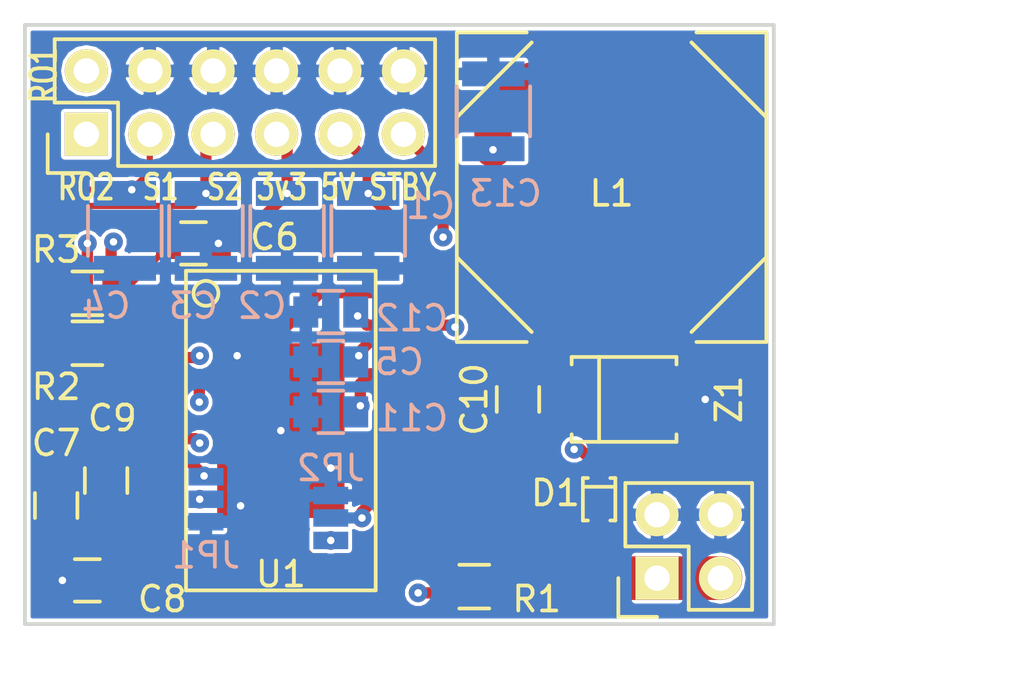
<source format=kicad_pcb>
(kicad_pcb (version 4) (host pcbnew "(2016-05-05 BZR 6775)-product")

  (general
    (links 71)
    (no_connects 0)
    (area 138.25 50.25 187.250001 87.750001)
    (thickness 1.6)
    (drawings 8)
    (tracks 227)
    (zones 0)
    (modules 24)
    (nets 27)
  )

  (page A4)
  (title_block
    (title "DCDC Multiple Outputs")
    (date 2016-02-16)
    (rev 0)
    (company "Tera TU Graz")
    (comment 1 "A DCDC converter plug-board based on Infineon's TLE73678E")
  )

  (layers
    (0 F.Cu signal)
    (1 In1.Cu signal)
    (2 In2.Cu signal)
    (31 B.Cu signal hide)
    (32 B.Adhes user)
    (33 F.Adhes user)
    (34 B.Paste user hide)
    (35 F.Paste user hide)
    (36 B.SilkS user)
    (37 F.SilkS user)
    (38 B.Mask user hide)
    (39 F.Mask user hide)
    (40 Dwgs.User user)
    (41 Cmts.User user)
    (42 Eco1.User user hide)
    (43 Eco2.User user)
    (44 Edge.Cuts user)
    (45 Margin user)
    (46 B.CrtYd user)
    (47 F.CrtYd user)
    (48 B.Fab user hide)
    (49 F.Fab user hide)
  )

  (setup
    (last_trace_width 0.25)
    (user_trace_width 0.25)
    (user_trace_width 0.45)
    (user_trace_width 1.5)
    (trace_clearance 0.15)
    (zone_clearance 0.15)
    (zone_45_only yes)
    (trace_min 0.25)
    (segment_width 0.2)
    (edge_width 0.15)
    (via_size 0.85)
    (via_drill 0.4)
    (via_min_size 0.75)
    (via_min_drill 0.2)
    (uvia_size 0.3)
    (uvia_drill 0.1)
    (uvias_allowed no)
    (uvia_min_size 0.2)
    (uvia_min_drill 0.1)
    (pcb_text_width 0.3)
    (pcb_text_size 1.5 1.5)
    (mod_edge_width 0.15)
    (mod_text_size 1 1)
    (mod_text_width 0.15)
    (pad_size 5.1 7)
    (pad_drill 0)
    (pad_to_mask_clearance 0.2)
    (aux_axis_origin 143.25 79.75)
    (grid_origin 143.25 79.75)
    (visible_elements FFFFFF7F)
    (pcbplotparams
      (layerselection 0x010f0_ffffffff)
      (usegerberextensions false)
      (excludeedgelayer true)
      (linewidth 0.100000)
      (plotframeref false)
      (viasonmask true)
      (mode 1)
      (useauxorigin true)
      (hpglpennumber 1)
      (hpglpenspeed 20)
      (hpglpendiameter 15)
      (psnegative false)
      (psa4output false)
      (plotreference true)
      (plotvalue false)
      (plotinvisibletext false)
      (padsonsilk false)
      (subtractmaskfromsilk false)
      (outputformat 1)
      (mirror false)
      (drillshape 0)
      (scaleselection 1)
      (outputdirectory gerber/))
  )

  (net 0 "")
  (net 1 /5V)
  (net 2 GND)
  (net 3 /3v3)
  (net 4 /5V_Sensor1)
  (net 5 /5V_Sensor2)
  (net 6 /Q_STBY)
  (net 7 "Net-(C6-Pad1)")
  (net 8 "Net-(C7-Pad1)")
  (net 9 "Net-(C7-Pad2)")
  (net 10 "Net-(C8-Pad1)")
  (net 11 "Net-(C9-Pad1)")
  (net 12 "Net-(C9-Pad2)")
  (net 13 "Net-(C10-Pad1)")
  (net 14 "Net-(C10-Pad2)")
  (net 15 "Net-(C11-Pad2)")
  (net 16 "Net-(C12-Pad2)")
  (net 17 /BuckOut)
  (net 18 +BATT)
  (net 19 /SEL_STBY)
  (net 20 /SEL_LDO2)
  (net 21 /RO_1)
  (net 22 /RO_2)
  (net 23 "Net-(R1-Pad2)")
  (net 24 "Net-(U1-Pad24)")
  (net 25 "Net-(U1-Pad25)")
  (net 26 "Net-(U1-Pad35)")

  (net_class Default "This is the default net class."
    (clearance 0.15)
    (trace_width 0.25)
    (via_dia 0.85)
    (via_drill 0.4)
    (uvia_dia 0.3)
    (uvia_drill 0.1)
    (add_net +BATT)
    (add_net /3v3)
    (add_net /5V)
    (add_net /5V_Sensor1)
    (add_net /5V_Sensor2)
    (add_net /BuckOut)
    (add_net /Q_STBY)
    (add_net /RO_1)
    (add_net /RO_2)
    (add_net /SEL_LDO2)
    (add_net /SEL_STBY)
    (add_net GND)
    (add_net "Net-(C10-Pad1)")
    (add_net "Net-(C10-Pad2)")
    (add_net "Net-(C11-Pad2)")
    (add_net "Net-(C12-Pad2)")
    (add_net "Net-(C6-Pad1)")
    (add_net "Net-(C7-Pad1)")
    (add_net "Net-(C7-Pad2)")
    (add_net "Net-(C8-Pad1)")
    (add_net "Net-(C9-Pad1)")
    (add_net "Net-(C9-Pad2)")
    (add_net "Net-(R1-Pad2)")
    (add_net "Net-(U1-Pad24)")
    (add_net "Net-(U1-Pad25)")
    (add_net "Net-(U1-Pad35)")
  )

  (module Pin_Headers:Pin_Header_Straight_2x06 (layer F.Cu) (tedit 56C34066) (tstamp 56C1B08C)
    (at 145.71 60.13 90)
    (descr "Through hole pin header")
    (tags "pin header")
    (path /56C1B2B0)
    (fp_text reference P1 (at -2.37 -1.46 180) (layer F.SilkS) hide
      (effects (font (size 1 1) (thickness 0.15)))
    )
    (fp_text value CONN_02X06 (at 0 -3.1 90) (layer F.Fab)
      (effects (font (size 1 1) (thickness 0.15)))
    )
    (fp_line (start -1.75 -1.75) (end -1.75 14.45) (layer F.CrtYd) (width 0.05))
    (fp_line (start 4.3 -1.75) (end 4.3 14.45) (layer F.CrtYd) (width 0.05))
    (fp_line (start -1.75 -1.75) (end 4.3 -1.75) (layer F.CrtYd) (width 0.05))
    (fp_line (start -1.75 14.45) (end 4.3 14.45) (layer F.CrtYd) (width 0.05))
    (fp_line (start 3.81 13.97) (end 3.81 -1.27) (layer F.SilkS) (width 0.15))
    (fp_line (start -1.27 1.27) (end -1.27 13.97) (layer F.SilkS) (width 0.15))
    (fp_line (start 3.81 13.97) (end -1.27 13.97) (layer F.SilkS) (width 0.15))
    (fp_line (start 3.81 -1.27) (end 1.27 -1.27) (layer F.SilkS) (width 0.15))
    (fp_line (start 0 -1.55) (end -1.55 -1.55) (layer F.SilkS) (width 0.15))
    (fp_line (start 1.27 -1.27) (end 1.27 1.27) (layer F.SilkS) (width 0.15))
    (fp_line (start 1.27 1.27) (end -1.27 1.27) (layer F.SilkS) (width 0.15))
    (fp_line (start -1.55 -1.55) (end -1.55 0) (layer F.SilkS) (width 0.15))
    (pad 1 thru_hole rect (at 0 0 90) (size 1.7272 1.7272) (drill 1.016) (layers *.Cu *.Mask F.SilkS)
      (net 22 /RO_2))
    (pad 2 thru_hole oval (at 2.54 0 90) (size 1.7272 1.7272) (drill 1.016) (layers *.Cu *.Mask F.SilkS)
      (net 21 /RO_1))
    (pad 3 thru_hole oval (at 0 2.54 90) (size 1.7272 1.7272) (drill 1.016) (layers *.Cu *.Mask F.SilkS)
      (net 5 /5V_Sensor2))
    (pad 4 thru_hole oval (at 2.54 2.54 90) (size 1.7272 1.7272) (drill 1.016) (layers *.Cu *.Mask F.SilkS)
      (net 2 GND))
    (pad 5 thru_hole oval (at 0 5.08 90) (size 1.7272 1.7272) (drill 1.016) (layers *.Cu *.Mask F.SilkS)
      (net 4 /5V_Sensor1))
    (pad 6 thru_hole oval (at 2.54 5.08 90) (size 1.7272 1.7272) (drill 1.016) (layers *.Cu *.Mask F.SilkS)
      (net 2 GND))
    (pad 7 thru_hole oval (at 0 7.62 90) (size 1.7272 1.7272) (drill 1.016) (layers *.Cu *.Mask F.SilkS)
      (net 3 /3v3))
    (pad 8 thru_hole oval (at 2.54 7.62 90) (size 1.7272 1.7272) (drill 1.016) (layers *.Cu *.Mask F.SilkS)
      (net 2 GND))
    (pad 9 thru_hole oval (at 0 10.16 90) (size 1.7272 1.7272) (drill 1.016) (layers *.Cu *.Mask F.SilkS)
      (net 1 /5V))
    (pad 10 thru_hole oval (at 2.54 10.16 90) (size 1.7272 1.7272) (drill 1.016) (layers *.Cu *.Mask F.SilkS)
      (net 2 GND))
    (pad 11 thru_hole oval (at 0 12.7 90) (size 1.7272 1.7272) (drill 1.016) (layers *.Cu *.Mask F.SilkS)
      (net 6 /Q_STBY))
    (pad 12 thru_hole oval (at 2.54 12.7 90) (size 1.7272 1.7272) (drill 1.016) (layers *.Cu *.Mask F.SilkS)
      (net 2 GND))
    (model Pin_Headers.3dshapes/Pin_Header_Straight_2x06.wrl
      (at (xyz 0.05 -0.25 0))
      (scale (xyz 1 1 1))
      (rotate (xyz 0 0 90))
    )
  )

  (module tera_general:SC79 (layer F.Cu) (tedit 56BDF84C) (tstamp 56BE34C8)
    (at 166.25 74.75)
    (path /56BEE0E5)
    (fp_text reference D1 (at -1.75 -0.25) (layer F.SilkS)
      (effects (font (size 1 1) (thickness 0.15)))
    )
    (fp_text value BAT54-02 (at 0 3) (layer F.Fab)
      (effects (font (size 1 1) (thickness 0.15)))
    )
    (fp_line (start -0.65 -0.5) (end 0.65 -0.5) (layer F.SilkS) (width 0.15))
    (fp_line (start -0.65 0.85) (end -0.45 0.85) (layer F.SilkS) (width 0.15))
    (fp_line (start 0.65 0.85) (end 0.45 0.85) (layer F.SilkS) (width 0.15))
    (fp_line (start 0.65 -0.85) (end 0.45 -0.85) (layer F.SilkS) (width 0.15))
    (fp_line (start -0.65 -0.85) (end -0.45 -0.85) (layer F.SilkS) (width 0.15))
    (fp_line (start -0.65 0.85) (end -0.65 -0.85) (layer F.SilkS) (width 0.15))
    (fp_line (start 0.65 -0.85) (end 0.65 0.85) (layer F.SilkS) (width 0.15))
    (pad 1 smd rect (at 0 -1.25) (size 0.6 0.8) (layers F.Cu F.Paste F.Mask)
      (net 16 "Net-(C12-Pad2)"))
    (pad 2 smd rect (at 0 1.25) (size 0.6 0.8) (layers F.Cu F.Paste F.Mask)
      (net 18 +BATT))
  )

  (module Pin_Headers:Pin_Header_Straight_2x02 (layer F.Cu) (tedit 56C3406B) (tstamp 56BE3525)
    (at 168.57 77.91 90)
    (descr "Through hole pin header")
    (tags "pin header")
    (path /56BEA14B)
    (fp_text reference P3 (at 4.91 3.43 180) (layer F.SilkS) hide
      (effects (font (size 1 1) (thickness 0.15)))
    )
    (fp_text value CONN_PWRIN (at 0 -3.1 90) (layer F.Fab)
      (effects (font (size 1 1) (thickness 0.15)))
    )
    (fp_line (start -1.75 -1.75) (end -1.75 4.3) (layer F.CrtYd) (width 0.05))
    (fp_line (start 4.3 -1.75) (end 4.3 4.3) (layer F.CrtYd) (width 0.05))
    (fp_line (start -1.75 -1.75) (end 4.3 -1.75) (layer F.CrtYd) (width 0.05))
    (fp_line (start -1.75 4.3) (end 4.3 4.3) (layer F.CrtYd) (width 0.05))
    (fp_line (start -1.55 0) (end -1.55 -1.55) (layer F.SilkS) (width 0.15))
    (fp_line (start 0 -1.55) (end -1.55 -1.55) (layer F.SilkS) (width 0.15))
    (fp_line (start -1.27 1.27) (end 1.27 1.27) (layer F.SilkS) (width 0.15))
    (fp_line (start 1.27 1.27) (end 1.27 -1.27) (layer F.SilkS) (width 0.15))
    (fp_line (start 1.27 -1.27) (end 3.81 -1.27) (layer F.SilkS) (width 0.15))
    (fp_line (start 3.81 -1.27) (end 3.81 3.81) (layer F.SilkS) (width 0.15))
    (fp_line (start 3.81 3.81) (end -1.27 3.81) (layer F.SilkS) (width 0.15))
    (fp_line (start -1.27 3.81) (end -1.27 1.27) (layer F.SilkS) (width 0.15))
    (pad 1 thru_hole rect (at 0 0 90) (size 1.7272 1.7272) (drill 1.016) (layers *.Cu *.Mask F.SilkS)
      (net 18 +BATT))
    (pad 2 thru_hole oval (at 2.54 0 90) (size 1.7272 1.7272) (drill 1.016) (layers *.Cu *.Mask F.SilkS)
      (net 2 GND))
    (pad 3 thru_hole oval (at 0 2.54 90) (size 1.7272 1.7272) (drill 1.016) (layers *.Cu *.Mask F.SilkS)
      (net 18 +BATT))
    (pad 4 thru_hole oval (at 2.54 2.54 90) (size 1.7272 1.7272) (drill 1.016) (layers *.Cu *.Mask F.SilkS)
      (net 2 GND))
    (model Pin_Headers.3dshapes/Pin_Header_Straight_2x02.wrl
      (at (xyz 0.05 -0.05 0))
      (scale (xyz 1 1 1))
      (rotate (xyz 0 0 90))
    )
  )

  (module tera_general:PG-DSO-36 (layer F.Cu) (tedit 573ECF70) (tstamp 56BE3577)
    (at 153.5 72)
    (path /56BA5A6E)
    (fp_text reference U1 (at 0 5.75) (layer F.SilkS)
      (effects (font (size 1 1) (thickness 0.15)))
    )
    (fp_text value TLE7368E (at 0 -7.5) (layer F.Fab)
      (effects (font (size 1 1) (thickness 0.15)))
    )
    (fp_line (start -3.8 -6.4) (end -3.8 6.4) (layer F.SilkS) (width 0.15))
    (fp_circle (center -3 -5.5) (end -2.5 -5.5) (layer F.SilkS) (width 0.15))
    (fp_line (start -3.8 -6.4) (end 3.8 -6.4) (layer F.SilkS) (width 0.15))
    (fp_line (start -3.8 6.4) (end 3.8 6.4) (layer F.SilkS) (width 0.15))
    (fp_line (start 3.8 -6.4) (end 3.8 6.4) (layer F.SilkS) (width 0.15))
    (pad 1 smd rect (at -4.865 -5.525) (size 1.67 0.45) (layers F.Cu F.Paste F.Mask)
      (net 2 GND))
    (pad 2 smd rect (at -4.865 -4.875) (size 1.67 0.45) (layers F.Cu F.Paste F.Mask)
      (net 7 "Net-(C6-Pad1)"))
    (pad 3 smd rect (at -4.865 -4.225) (size 1.67 0.45) (layers F.Cu F.Paste F.Mask)
      (net 21 /RO_1))
    (pad 4 smd rect (at -4.865 -3.575) (size 1.67 0.45) (layers F.Cu F.Paste F.Mask)
      (net 22 /RO_2))
    (pad 5 smd rect (at -4.865 -2.925) (size 1.67 0.45) (layers F.Cu F.Paste F.Mask)
      (net 17 /BuckOut))
    (pad 6 smd rect (at -4.865 -2.275) (size 1.67 0.45) (layers F.Cu F.Paste F.Mask)
      (net 3 /3v3))
    (pad 7 smd rect (at -4.865 -1.625) (size 1.67 0.45) (layers F.Cu F.Paste F.Mask)
      (net 4 /5V_Sensor1))
    (pad 8 smd rect (at -4.865 -0.975) (size 1.67 0.45) (layers F.Cu F.Paste F.Mask)
      (net 5 /5V_Sensor2))
    (pad 9 smd rect (at -4.865 -0.325) (size 1.67 0.45) (layers F.Cu F.Paste F.Mask)
      (net 2 GND))
    (pad 10 smd rect (at -4.865 0.325) (size 1.67 0.45) (layers F.Cu F.Paste F.Mask)
      (net 23 "Net-(R1-Pad2)"))
    (pad 11 smd rect (at -4.865 0.975) (size 1.67 0.45) (layers F.Cu F.Paste F.Mask)
      (net 19 /SEL_STBY))
    (pad 12 smd rect (at -4.865 1.625) (size 1.67 0.45) (layers F.Cu F.Paste F.Mask)
      (net 11 "Net-(C9-Pad1)"))
    (pad 13 smd rect (at -4.865 2.275) (size 1.67 0.45) (layers F.Cu F.Paste F.Mask)
      (net 8 "Net-(C7-Pad1)"))
    (pad 14 smd rect (at -4.865 2.925) (size 1.67 0.45) (layers F.Cu F.Paste F.Mask)
      (net 12 "Net-(C9-Pad2)"))
    (pad 15 smd rect (at -4.865 3.575) (size 1.67 0.45) (layers F.Cu F.Paste F.Mask)
      (net 9 "Net-(C7-Pad2)"))
    (pad 16 smd rect (at -4.865 4.225) (size 1.67 0.45) (layers F.Cu F.Paste F.Mask)
      (net 10 "Net-(C8-Pad1)"))
    (pad 17 smd rect (at -4.865 4.875) (size 1.67 0.45) (layers F.Cu F.Paste F.Mask)
      (net 2 GND))
    (pad 18 smd rect (at -4.865 5.525) (size 1.67 0.45) (layers F.Cu F.Paste F.Mask)
      (net 2 GND))
    (pad 19 smd rect (at 4.865 5.525) (size 1.67 0.45) (layers F.Cu F.Paste F.Mask)
      (net 2 GND))
    (pad 20 smd rect (at 4.865 4.875) (size 1.67 0.45) (layers F.Cu F.Paste F.Mask)
      (net 18 +BATT))
    (pad 21 smd rect (at 4.865 4.225) (size 1.67 0.45) (layers F.Cu F.Paste F.Mask)
      (net 18 +BATT))
    (pad 22 smd rect (at 4.865 3.575) (size 1.67 0.45) (layers F.Cu F.Paste F.Mask)
      (net 18 +BATT))
    (pad 23 smd rect (at 4.865 2.925) (size 1.67 0.45) (layers F.Cu F.Paste F.Mask)
      (net 20 /SEL_LDO2))
    (pad 24 smd rect (at 4.865 2.275) (size 1.67 0.45) (layers F.Cu F.Paste F.Mask)
      (net 24 "Net-(U1-Pad24)"))
    (pad 25 smd rect (at 4.865 1.625) (size 1.67 0.45) (layers F.Cu F.Paste F.Mask)
      (net 25 "Net-(U1-Pad25)"))
    (pad 26 smd rect (at 4.865 0.975) (size 1.67 0.45) (layers F.Cu F.Paste F.Mask)
      (net 14 "Net-(C10-Pad2)"))
    (pad 27 smd rect (at 4.865 0.325) (size 1.67 0.45) (layers F.Cu F.Paste F.Mask)
      (net 14 "Net-(C10-Pad2)"))
    (pad 28 smd rect (at 4.865 -0.325) (size 1.67 0.45) (layers F.Cu F.Paste F.Mask)
      (net 13 "Net-(C10-Pad1)"))
    (pad 29 smd rect (at 4.865 -0.975) (size 1.67 0.45) (layers F.Cu F.Paste F.Mask)
      (net 17 /BuckOut))
    (pad 30 smd rect (at 4.865 -1.625) (size 1.67 0.45) (layers F.Cu F.Paste F.Mask)
      (net 1 /5V))
    (pad 31 smd rect (at 4.865 -2.275) (size 1.67 0.45) (layers F.Cu F.Paste F.Mask)
      (net 15 "Net-(C11-Pad2)"))
    (pad 32 smd rect (at 4.865 -2.925) (size 1.67 0.45) (layers F.Cu F.Paste F.Mask)
      (net 15 "Net-(C11-Pad2)"))
    (pad 33 smd rect (at 4.865 -3.575) (size 1.67 0.45) (layers F.Cu F.Paste F.Mask)
      (net 6 /Q_STBY))
    (pad 34 smd rect (at 4.865 -4.225) (size 1.67 0.45) (layers F.Cu F.Paste F.Mask)
      (net 16 "Net-(C12-Pad2)"))
    (pad 35 smd rect (at 4.865 -4.875) (size 1.67 0.45) (layers F.Cu F.Paste F.Mask)
      (net 26 "Net-(U1-Pad35)"))
    (pad 36 smd rect (at 4.865 -5.525) (size 1.67 0.45) (layers F.Cu F.Paste F.Mask)
      (net 2 GND))
    (pad 37 smd rect (at 0 0) (size 5.1 7) (layers F.Cu F.Paste F.Mask)
      (net 2 GND))
  )

  (module Capacitors_SMD:C_1210 (layer B.Cu) (tedit 5415D85D) (tstamp 56BE342B)
    (at 157 64 270)
    (descr "Capacitor SMD 1210, reflow soldering, AVX (see smccp.pdf)")
    (tags "capacitor 1210")
    (path /56BB4762)
    (attr smd)
    (fp_text reference C1 (at -1 -2.5) (layer B.SilkS)
      (effects (font (size 1 1) (thickness 0.15)) (justify mirror))
    )
    (fp_text value 1..470u (at 0 -2.7 270) (layer B.Fab)
      (effects (font (size 1 1) (thickness 0.15)) (justify mirror))
    )
    (fp_line (start -2.3 1.6) (end 2.3 1.6) (layer B.CrtYd) (width 0.05))
    (fp_line (start -2.3 -1.6) (end 2.3 -1.6) (layer B.CrtYd) (width 0.05))
    (fp_line (start -2.3 1.6) (end -2.3 -1.6) (layer B.CrtYd) (width 0.05))
    (fp_line (start 2.3 1.6) (end 2.3 -1.6) (layer B.CrtYd) (width 0.05))
    (fp_line (start 1 1.475) (end -1 1.475) (layer B.SilkS) (width 0.15))
    (fp_line (start -1 -1.475) (end 1 -1.475) (layer B.SilkS) (width 0.15))
    (pad 1 smd rect (at -1.5 0 270) (size 1 2.5) (layers B.Cu B.Paste B.Mask)
      (net 1 /5V))
    (pad 2 smd rect (at 1.5 0 270) (size 1 2.5) (layers B.Cu B.Paste B.Mask)
      (net 2 GND))
    (model Capacitors_SMD.3dshapes/C_1210.wrl
      (at (xyz 0 0 0))
      (scale (xyz 1 1 1))
      (rotate (xyz 0 0 0))
    )
  )

  (module Capacitors_SMD:C_1210 (layer B.Cu) (tedit 5415D85D) (tstamp 56BE3437)
    (at 153.75 64 270)
    (descr "Capacitor SMD 1210, reflow soldering, AVX (see smccp.pdf)")
    (tags "capacitor 1210")
    (path /56BB4C71)
    (attr smd)
    (fp_text reference C2 (at 3 1) (layer B.SilkS)
      (effects (font (size 1 1) (thickness 0.15)) (justify mirror))
    )
    (fp_text value 1..470u (at 0 -2.7 270) (layer B.Fab)
      (effects (font (size 1 1) (thickness 0.15)) (justify mirror))
    )
    (fp_line (start -2.3 1.6) (end 2.3 1.6) (layer B.CrtYd) (width 0.05))
    (fp_line (start -2.3 -1.6) (end 2.3 -1.6) (layer B.CrtYd) (width 0.05))
    (fp_line (start -2.3 1.6) (end -2.3 -1.6) (layer B.CrtYd) (width 0.05))
    (fp_line (start 2.3 1.6) (end 2.3 -1.6) (layer B.CrtYd) (width 0.05))
    (fp_line (start 1 1.475) (end -1 1.475) (layer B.SilkS) (width 0.15))
    (fp_line (start -1 -1.475) (end 1 -1.475) (layer B.SilkS) (width 0.15))
    (pad 1 smd rect (at -1.5 0 270) (size 1 2.5) (layers B.Cu B.Paste B.Mask)
      (net 3 /3v3))
    (pad 2 smd rect (at 1.5 0 270) (size 1 2.5) (layers B.Cu B.Paste B.Mask)
      (net 2 GND))
    (model Capacitors_SMD.3dshapes/C_1210.wrl
      (at (xyz 0 0 0))
      (scale (xyz 1 1 1))
      (rotate (xyz 0 0 0))
    )
  )

  (module Capacitors_SMD:C_1210 (layer B.Cu) (tedit 5415D85D) (tstamp 56BE3443)
    (at 150.5 64 270)
    (descr "Capacitor SMD 1210, reflow soldering, AVX (see smccp.pdf)")
    (tags "capacitor 1210")
    (path /56BB7F87)
    (attr smd)
    (fp_text reference C3 (at 3 0.5) (layer B.SilkS)
      (effects (font (size 1 1) (thickness 0.15)) (justify mirror))
    )
    (fp_text value >4.7u (at 0 -2.7 270) (layer B.Fab)
      (effects (font (size 1 1) (thickness 0.15)) (justify mirror))
    )
    (fp_line (start -2.3 1.6) (end 2.3 1.6) (layer B.CrtYd) (width 0.05))
    (fp_line (start -2.3 -1.6) (end 2.3 -1.6) (layer B.CrtYd) (width 0.05))
    (fp_line (start -2.3 1.6) (end -2.3 -1.6) (layer B.CrtYd) (width 0.05))
    (fp_line (start 2.3 1.6) (end 2.3 -1.6) (layer B.CrtYd) (width 0.05))
    (fp_line (start 1 1.475) (end -1 1.475) (layer B.SilkS) (width 0.15))
    (fp_line (start -1 -1.475) (end 1 -1.475) (layer B.SilkS) (width 0.15))
    (pad 1 smd rect (at -1.5 0 270) (size 1 2.5) (layers B.Cu B.Paste B.Mask)
      (net 4 /5V_Sensor1))
    (pad 2 smd rect (at 1.5 0 270) (size 1 2.5) (layers B.Cu B.Paste B.Mask)
      (net 2 GND))
    (model Capacitors_SMD.3dshapes/C_1210.wrl
      (at (xyz 0 0 0))
      (scale (xyz 1 1 1))
      (rotate (xyz 0 0 0))
    )
  )

  (module Capacitors_SMD:C_1210 (layer B.Cu) (tedit 5415D85D) (tstamp 56BE344F)
    (at 147.25 64 270)
    (descr "Capacitor SMD 1210, reflow soldering, AVX (see smccp.pdf)")
    (tags "capacitor 1210")
    (path /56BB8271)
    (attr smd)
    (fp_text reference C4 (at 3 0.75) (layer B.SilkS)
      (effects (font (size 1 1) (thickness 0.15)) (justify mirror))
    )
    (fp_text value >4.7u (at 0 -2.7 270) (layer B.Fab)
      (effects (font (size 1 1) (thickness 0.15)) (justify mirror))
    )
    (fp_line (start -2.3 1.6) (end 2.3 1.6) (layer B.CrtYd) (width 0.05))
    (fp_line (start -2.3 -1.6) (end 2.3 -1.6) (layer B.CrtYd) (width 0.05))
    (fp_line (start -2.3 1.6) (end -2.3 -1.6) (layer B.CrtYd) (width 0.05))
    (fp_line (start 2.3 1.6) (end 2.3 -1.6) (layer B.CrtYd) (width 0.05))
    (fp_line (start 1 1.475) (end -1 1.475) (layer B.SilkS) (width 0.15))
    (fp_line (start -1 -1.475) (end 1 -1.475) (layer B.SilkS) (width 0.15))
    (pad 1 smd rect (at -1.5 0 270) (size 1 2.5) (layers B.Cu B.Paste B.Mask)
      (net 5 /5V_Sensor2))
    (pad 2 smd rect (at 1.5 0 270) (size 1 2.5) (layers B.Cu B.Paste B.Mask)
      (net 2 GND))
    (model Capacitors_SMD.3dshapes/C_1210.wrl
      (at (xyz 0 0 0))
      (scale (xyz 1 1 1))
      (rotate (xyz 0 0 0))
    )
  )

  (module Capacitors_SMD:C_0805 (layer B.Cu) (tedit 5415D6EA) (tstamp 56BE345B)
    (at 155.5 69.25 180)
    (descr "Capacitor SMD 0805, reflow soldering, AVX (see smccp.pdf)")
    (tags "capacitor 0805")
    (path /56BB9351)
    (attr smd)
    (fp_text reference C5 (at -2.75 0) (layer B.SilkS)
      (effects (font (size 1 1) (thickness 0.15)) (justify mirror))
    )
    (fp_text value 0.47..2u (at 0 -2.1 180) (layer B.Fab)
      (effects (font (size 1 1) (thickness 0.15)) (justify mirror))
    )
    (fp_line (start -1.8 1) (end 1.8 1) (layer B.CrtYd) (width 0.05))
    (fp_line (start -1.8 -1) (end 1.8 -1) (layer B.CrtYd) (width 0.05))
    (fp_line (start -1.8 1) (end -1.8 -1) (layer B.CrtYd) (width 0.05))
    (fp_line (start 1.8 1) (end 1.8 -1) (layer B.CrtYd) (width 0.05))
    (fp_line (start 0.5 0.85) (end -0.5 0.85) (layer B.SilkS) (width 0.15))
    (fp_line (start -0.5 -0.85) (end 0.5 -0.85) (layer B.SilkS) (width 0.15))
    (pad 1 smd rect (at -1 0 180) (size 1 1.25) (layers B.Cu B.Paste B.Mask)
      (net 6 /Q_STBY))
    (pad 2 smd rect (at 1 0 180) (size 1 1.25) (layers B.Cu B.Paste B.Mask)
      (net 2 GND))
    (model Capacitors_SMD.3dshapes/C_0805.wrl
      (at (xyz 0 0 0))
      (scale (xyz 1 1 1))
      (rotate (xyz 0 0 0))
    )
  )

  (module Capacitors_SMD:C_0805 (layer F.Cu) (tedit 5415D6EA) (tstamp 56BE3467)
    (at 150 64.5)
    (descr "Capacitor SMD 0805, reflow soldering, AVX (see smccp.pdf)")
    (tags "capacitor 0805")
    (path /56BBB8DA)
    (attr smd)
    (fp_text reference C6 (at 3.25 -0.25) (layer F.SilkS)
      (effects (font (size 1 1) (thickness 0.15)))
    )
    (fp_text value 0.33n..4.7n (at 0 2.1) (layer F.Fab)
      (effects (font (size 1 1) (thickness 0.15)))
    )
    (fp_line (start -1.8 -1) (end 1.8 -1) (layer F.CrtYd) (width 0.05))
    (fp_line (start -1.8 1) (end 1.8 1) (layer F.CrtYd) (width 0.05))
    (fp_line (start -1.8 -1) (end -1.8 1) (layer F.CrtYd) (width 0.05))
    (fp_line (start 1.8 -1) (end 1.8 1) (layer F.CrtYd) (width 0.05))
    (fp_line (start 0.5 -0.85) (end -0.5 -0.85) (layer F.SilkS) (width 0.15))
    (fp_line (start -0.5 0.85) (end 0.5 0.85) (layer F.SilkS) (width 0.15))
    (pad 1 smd rect (at -1 0) (size 1 1.25) (layers F.Cu F.Paste F.Mask)
      (net 7 "Net-(C6-Pad1)"))
    (pad 2 smd rect (at 1 0) (size 1 1.25) (layers F.Cu F.Paste F.Mask)
      (net 2 GND))
    (model Capacitors_SMD.3dshapes/C_0805.wrl
      (at (xyz 0 0 0))
      (scale (xyz 1 1 1))
      (rotate (xyz 0 0 0))
    )
  )

  (module Capacitors_SMD:C_0805 (layer F.Cu) (tedit 56C1BA67) (tstamp 56BE3473)
    (at 144.5 75 270)
    (descr "Capacitor SMD 0805, reflow soldering, AVX (see smccp.pdf)")
    (tags "capacitor 0805")
    (path /56BA6079)
    (attr smd)
    (fp_text reference C7 (at -2.5 0) (layer F.SilkS)
      (effects (font (size 1 1) (thickness 0.15)))
    )
    (fp_text value 100n (at 0 2.1 270) (layer F.Fab)
      (effects (font (size 1 1) (thickness 0.15)))
    )
    (fp_line (start -1.8 -1) (end 1.8 -1) (layer F.CrtYd) (width 0.05))
    (fp_line (start -1.8 1) (end 1.8 1) (layer F.CrtYd) (width 0.05))
    (fp_line (start -1.8 -1) (end -1.8 1) (layer F.CrtYd) (width 0.05))
    (fp_line (start 1.8 -1) (end 1.8 1) (layer F.CrtYd) (width 0.05))
    (fp_line (start 0.5 -0.85) (end -0.5 -0.85) (layer F.SilkS) (width 0.15))
    (fp_line (start -0.5 0.85) (end 0.5 0.85) (layer F.SilkS) (width 0.15))
    (pad 1 smd rect (at -1 0 270) (size 1 1.25) (layers F.Cu F.Paste F.Mask)
      (net 8 "Net-(C7-Pad1)"))
    (pad 2 smd rect (at 1 0 270) (size 1 1.25) (layers F.Cu F.Paste F.Mask)
      (net 9 "Net-(C7-Pad2)"))
    (model Capacitors_SMD.3dshapes/C_0805.wrl
      (at (xyz 0 0 0))
      (scale (xyz 1 1 1))
      (rotate (xyz 0 0 0))
    )
  )

  (module Capacitors_SMD:C_0805 (layer F.Cu) (tedit 5415D6EA) (tstamp 56BE347F)
    (at 145.75 78 180)
    (descr "Capacitor SMD 0805, reflow soldering, AVX (see smccp.pdf)")
    (tags "capacitor 0805")
    (path /56BA6190)
    (attr smd)
    (fp_text reference C8 (at -3 -0.75 180) (layer F.SilkS)
      (effects (font (size 1 1) (thickness 0.15)))
    )
    (fp_text value 220n (at 0 2.1 180) (layer F.Fab)
      (effects (font (size 1 1) (thickness 0.15)))
    )
    (fp_line (start -1.8 -1) (end 1.8 -1) (layer F.CrtYd) (width 0.05))
    (fp_line (start -1.8 1) (end 1.8 1) (layer F.CrtYd) (width 0.05))
    (fp_line (start -1.8 -1) (end -1.8 1) (layer F.CrtYd) (width 0.05))
    (fp_line (start 1.8 -1) (end 1.8 1) (layer F.CrtYd) (width 0.05))
    (fp_line (start 0.5 -0.85) (end -0.5 -0.85) (layer F.SilkS) (width 0.15))
    (fp_line (start -0.5 0.85) (end 0.5 0.85) (layer F.SilkS) (width 0.15))
    (pad 1 smd rect (at -1 0 180) (size 1 1.25) (layers F.Cu F.Paste F.Mask)
      (net 10 "Net-(C8-Pad1)"))
    (pad 2 smd rect (at 1 0 180) (size 1 1.25) (layers F.Cu F.Paste F.Mask)
      (net 2 GND))
    (model Capacitors_SMD.3dshapes/C_0805.wrl
      (at (xyz 0 0 0))
      (scale (xyz 1 1 1))
      (rotate (xyz 0 0 0))
    )
  )

  (module Capacitors_SMD:C_0805 (layer F.Cu) (tedit 5415D6EA) (tstamp 56BE348B)
    (at 146.5 74 270)
    (descr "Capacitor SMD 0805, reflow soldering, AVX (see smccp.pdf)")
    (tags "capacitor 0805")
    (path /56BA6007)
    (attr smd)
    (fp_text reference C9 (at -2.5 -0.25) (layer F.SilkS)
      (effects (font (size 1 1) (thickness 0.15)))
    )
    (fp_text value 100n (at 0 2.1 270) (layer F.Fab)
      (effects (font (size 1 1) (thickness 0.15)))
    )
    (fp_line (start -1.8 -1) (end 1.8 -1) (layer F.CrtYd) (width 0.05))
    (fp_line (start -1.8 1) (end 1.8 1) (layer F.CrtYd) (width 0.05))
    (fp_line (start -1.8 -1) (end -1.8 1) (layer F.CrtYd) (width 0.05))
    (fp_line (start 1.8 -1) (end 1.8 1) (layer F.CrtYd) (width 0.05))
    (fp_line (start 0.5 -0.85) (end -0.5 -0.85) (layer F.SilkS) (width 0.15))
    (fp_line (start -0.5 0.85) (end 0.5 0.85) (layer F.SilkS) (width 0.15))
    (pad 1 smd rect (at -1 0 270) (size 1 1.25) (layers F.Cu F.Paste F.Mask)
      (net 11 "Net-(C9-Pad1)"))
    (pad 2 smd rect (at 1 0 270) (size 1 1.25) (layers F.Cu F.Paste F.Mask)
      (net 12 "Net-(C9-Pad2)"))
    (model Capacitors_SMD.3dshapes/C_0805.wrl
      (at (xyz 0 0 0))
      (scale (xyz 1 1 1))
      (rotate (xyz 0 0 0))
    )
  )

  (module Capacitors_SMD:C_0805 (layer F.Cu) (tedit 5415D6EA) (tstamp 56BE3497)
    (at 163 70.75 270)
    (descr "Capacitor SMD 0805, reflow soldering, AVX (see smccp.pdf)")
    (tags "capacitor 0805")
    (path /56BB3647)
    (attr smd)
    (fp_text reference C10 (at 0 1.75 270) (layer F.SilkS)
      (effects (font (size 1 1) (thickness 0.15)))
    )
    (fp_text value 220n (at 0 2.1 270) (layer F.Fab)
      (effects (font (size 1 1) (thickness 0.15)))
    )
    (fp_line (start -1.8 -1) (end 1.8 -1) (layer F.CrtYd) (width 0.05))
    (fp_line (start -1.8 1) (end 1.8 1) (layer F.CrtYd) (width 0.05))
    (fp_line (start -1.8 -1) (end -1.8 1) (layer F.CrtYd) (width 0.05))
    (fp_line (start 1.8 -1) (end 1.8 1) (layer F.CrtYd) (width 0.05))
    (fp_line (start 0.5 -0.85) (end -0.5 -0.85) (layer F.SilkS) (width 0.15))
    (fp_line (start -0.5 0.85) (end 0.5 0.85) (layer F.SilkS) (width 0.15))
    (pad 1 smd rect (at -1 0 270) (size 1 1.25) (layers F.Cu F.Paste F.Mask)
      (net 13 "Net-(C10-Pad1)"))
    (pad 2 smd rect (at 1 0 270) (size 1 1.25) (layers F.Cu F.Paste F.Mask)
      (net 14 "Net-(C10-Pad2)"))
    (model Capacitors_SMD.3dshapes/C_0805.wrl
      (at (xyz 0 0 0))
      (scale (xyz 1 1 1))
      (rotate (xyz 0 0 0))
    )
  )

  (module Capacitors_SMD:C_0805 (layer B.Cu) (tedit 5415D6EA) (tstamp 56BE34A3)
    (at 155.5 71.25)
    (descr "Capacitor SMD 0805, reflow soldering, AVX (see smccp.pdf)")
    (tags "capacitor 0805")
    (path /56BC0F92)
    (attr smd)
    (fp_text reference C11 (at 3.25 0.25) (layer B.SilkS)
      (effects (font (size 1 1) (thickness 0.15)) (justify mirror))
    )
    (fp_text value 220n (at 0 -2.1) (layer B.Fab)
      (effects (font (size 1 1) (thickness 0.15)) (justify mirror))
    )
    (fp_line (start -1.8 1) (end 1.8 1) (layer B.CrtYd) (width 0.05))
    (fp_line (start -1.8 -1) (end 1.8 -1) (layer B.CrtYd) (width 0.05))
    (fp_line (start -1.8 1) (end -1.8 -1) (layer B.CrtYd) (width 0.05))
    (fp_line (start 1.8 1) (end 1.8 -1) (layer B.CrtYd) (width 0.05))
    (fp_line (start 0.5 0.85) (end -0.5 0.85) (layer B.SilkS) (width 0.15))
    (fp_line (start -0.5 -0.85) (end 0.5 -0.85) (layer B.SilkS) (width 0.15))
    (pad 1 smd rect (at -1 0) (size 1 1.25) (layers B.Cu B.Paste B.Mask)
      (net 2 GND))
    (pad 2 smd rect (at 1 0) (size 1 1.25) (layers B.Cu B.Paste B.Mask)
      (net 15 "Net-(C11-Pad2)"))
    (model Capacitors_SMD.3dshapes/C_0805.wrl
      (at (xyz 0 0 0))
      (scale (xyz 1 1 1))
      (rotate (xyz 0 0 0))
    )
  )

  (module Capacitors_SMD:C_0805 (layer B.Cu) (tedit 5415D6EA) (tstamp 56BE34AF)
    (at 155.5 67.25)
    (descr "Capacitor SMD 0805, reflow soldering, AVX (see smccp.pdf)")
    (tags "capacitor 0805")
    (path /56BDFAA3)
    (attr smd)
    (fp_text reference C12 (at 3.25 0.25 180) (layer B.SilkS)
      (effects (font (size 1 1) (thickness 0.15)) (justify mirror))
    )
    (fp_text value 220n (at 0 -2.1) (layer B.Fab)
      (effects (font (size 1 1) (thickness 0.15)) (justify mirror))
    )
    (fp_line (start -1.8 1) (end 1.8 1) (layer B.CrtYd) (width 0.05))
    (fp_line (start -1.8 -1) (end 1.8 -1) (layer B.CrtYd) (width 0.05))
    (fp_line (start -1.8 1) (end -1.8 -1) (layer B.CrtYd) (width 0.05))
    (fp_line (start 1.8 1) (end 1.8 -1) (layer B.CrtYd) (width 0.05))
    (fp_line (start 0.5 0.85) (end -0.5 0.85) (layer B.SilkS) (width 0.15))
    (fp_line (start -0.5 -0.85) (end 0.5 -0.85) (layer B.SilkS) (width 0.15))
    (pad 1 smd rect (at -1 0) (size 1 1.25) (layers B.Cu B.Paste B.Mask)
      (net 2 GND))
    (pad 2 smd rect (at 1 0) (size 1 1.25) (layers B.Cu B.Paste B.Mask)
      (net 16 "Net-(C12-Pad2)"))
    (model Capacitors_SMD.3dshapes/C_0805.wrl
      (at (xyz 0 0 0))
      (scale (xyz 1 1 1))
      (rotate (xyz 0 0 0))
    )
  )

  (module Capacitors_SMD:C_1210 (layer B.Cu) (tedit 5415D85D) (tstamp 56BE34BB)
    (at 162.012216 59.209542 90)
    (descr "Capacitor SMD 1210, reflow soldering, AVX (see smccp.pdf)")
    (tags "capacitor 1210")
    (path /56BBB85E)
    (attr smd)
    (fp_text reference C13 (at -3.290458 0.487784 180) (layer B.SilkS)
      (effects (font (size 1 1) (thickness 0.15)) (justify mirror))
    )
    (fp_text value >20u (at 0 -2.7 90) (layer B.Fab)
      (effects (font (size 1 1) (thickness 0.15)) (justify mirror))
    )
    (fp_line (start -2.3 1.6) (end 2.3 1.6) (layer B.CrtYd) (width 0.05))
    (fp_line (start -2.3 -1.6) (end 2.3 -1.6) (layer B.CrtYd) (width 0.05))
    (fp_line (start -2.3 1.6) (end -2.3 -1.6) (layer B.CrtYd) (width 0.05))
    (fp_line (start 2.3 1.6) (end 2.3 -1.6) (layer B.CrtYd) (width 0.05))
    (fp_line (start 1 1.475) (end -1 1.475) (layer B.SilkS) (width 0.15))
    (fp_line (start -1 -1.475) (end 1 -1.475) (layer B.SilkS) (width 0.15))
    (pad 1 smd rect (at -1.5 0 90) (size 1 2.5) (layers B.Cu B.Paste B.Mask)
      (net 17 /BuckOut))
    (pad 2 smd rect (at 1.5 0 90) (size 1 2.5) (layers B.Cu B.Paste B.Mask)
      (net 2 GND))
    (model Capacitors_SMD.3dshapes/C_1210.wrl
      (at (xyz 0 0 0))
      (scale (xyz 1 1 1))
      (rotate (xyz 0 0 0))
    )
  )

  (module tera_general:SOLDERJUMPER_3 (layer B.Cu) (tedit 56BB7F58) (tstamp 56BE34CF)
    (at 150.5 74.75)
    (path /56BA6854)
    (fp_text reference JP1 (at 0 2.25 180) (layer B.SilkS)
      (effects (font (size 1 1) (thickness 0.15)) (justify mirror))
    )
    (fp_text value JUMPER3 (at 0 2.25) (layer B.Fab)
      (effects (font (size 1 1) (thickness 0.15)) (justify mirror))
    )
    (pad 1 smd rect (at 0 0.9) (size 1.4 0.7) (layers B.Cu B.Paste B.Mask)
      (net 2 GND))
    (pad 2 smd rect (at 0 0) (size 1.4 0.7) (layers B.Cu B.Paste B.Mask)
      (net 6 /Q_STBY))
    (pad 3 smd rect (at 0 -0.9) (size 1.4 0.7) (layers B.Cu B.Paste B.Mask)
      (net 19 /SEL_STBY))
  )

  (module tera_general:SOLDERJUMPER_3 (layer B.Cu) (tedit 56BB7F58) (tstamp 56BE34D6)
    (at 155.5 75.5 180)
    (path /56BB1FAF)
    (fp_text reference JP2 (at 0 2) (layer B.SilkS)
      (effects (font (size 1 1) (thickness 0.15)) (justify mirror))
    )
    (fp_text value JUMPER3 (at 0 2.25 180) (layer B.Fab)
      (effects (font (size 1 1) (thickness 0.15)) (justify mirror))
    )
    (pad 1 smd rect (at 0 0.9 180) (size 1.4 0.7) (layers B.Cu B.Paste B.Mask)
      (net 2 GND))
    (pad 2 smd rect (at 0 0 180) (size 1.4 0.7) (layers B.Cu B.Paste B.Mask)
      (net 20 /SEL_LDO2))
    (pad 3 smd rect (at 0 -0.9 180) (size 1.4 0.7) (layers B.Cu B.Paste B.Mask)
      (net 3 /3v3))
  )

  (module tera_general:Inductance_MSS1260T (layer F.Cu) (tedit 56BB6C73) (tstamp 56BE34E6)
    (at 166.75 62.25 180)
    (path /56BBB798)
    (fp_text reference L1 (at 0 -0.25 180) (layer F.SilkS)
      (effects (font (size 1 1) (thickness 0.15)))
    )
    (fp_text value 18u..220u (at 0 -8 180) (layer F.Fab)
      (effects (font (size 1 1) (thickness 0.15)))
    )
    (fp_line (start 3.2 5.8) (end 6.2 2.8) (layer F.SilkS) (width 0.15))
    (fp_line (start 3.2 -5.8) (end 6.2 -2.8) (layer F.SilkS) (width 0.15))
    (fp_line (start -3.2 5.8) (end -6.2 2.8) (layer F.SilkS) (width 0.15))
    (fp_line (start -3.2 -5.8) (end -6.2 -2.8) (layer F.SilkS) (width 0.15))
    (fp_line (start -6.2 6.2) (end -3.4 6.2) (layer F.SilkS) (width 0.15))
    (fp_line (start 6.2 6.2) (end 3.4 6.2) (layer F.SilkS) (width 0.15))
    (fp_line (start 6.2 -6.2) (end 3.4 -6.2) (layer F.SilkS) (width 0.15))
    (fp_line (start -6.2 -6.2) (end -3.4 -6.2) (layer F.SilkS) (width 0.15))
    (fp_line (start -6.2 6.2) (end -6.2 -6.2) (layer F.SilkS) (width 0.15))
    (fp_line (start 6.2 -6.2) (end 6.2 6.2) (layer F.SilkS) (width 0.15))
    (pad 1 smd rect (at 0 -4.25 180) (size 5.5 4) (layers F.Cu F.Paste F.Mask)
      (net 14 "Net-(C10-Pad2)"))
    (pad 2 smd rect (at 0 4.25 180) (size 5.5 4) (layers F.Cu F.Paste F.Mask)
      (net 17 /BuckOut))
  )

  (module Resistors_SMD:R_0805 (layer F.Cu) (tedit 5415CDEB) (tstamp 56BE3531)
    (at 161.25 78.25 180)
    (descr "Resistor SMD 0805, reflow soldering, Vishay (see dcrcw.pdf)")
    (tags "resistor 0805")
    (path /56BDDA6C)
    (attr smd)
    (fp_text reference R1 (at -2.5 -0.5) (layer F.SilkS)
      (effects (font (size 1 1) (thickness 0.15)))
    )
    (fp_text value 100k (at 0 2.1 180) (layer F.Fab)
      (effects (font (size 1 1) (thickness 0.15)))
    )
    (fp_line (start -1.6 -1) (end 1.6 -1) (layer F.CrtYd) (width 0.05))
    (fp_line (start -1.6 1) (end 1.6 1) (layer F.CrtYd) (width 0.05))
    (fp_line (start -1.6 -1) (end -1.6 1) (layer F.CrtYd) (width 0.05))
    (fp_line (start 1.6 -1) (end 1.6 1) (layer F.CrtYd) (width 0.05))
    (fp_line (start 0.6 0.875) (end -0.6 0.875) (layer F.SilkS) (width 0.15))
    (fp_line (start -0.6 -0.875) (end 0.6 -0.875) (layer F.SilkS) (width 0.15))
    (pad 1 smd rect (at -0.95 0 180) (size 0.7 1.3) (layers F.Cu F.Paste F.Mask)
      (net 18 +BATT))
    (pad 2 smd rect (at 0.95 0 180) (size 0.7 1.3) (layers F.Cu F.Paste F.Mask)
      (net 23 "Net-(R1-Pad2)"))
    (model Resistors_SMD.3dshapes/R_0805.wrl
      (at (xyz 0 0 0))
      (scale (xyz 1 1 1))
      (rotate (xyz 0 0 0))
    )
  )

  (module Resistors_SMD:R_0805 (layer F.Cu) (tedit 5415CDEB) (tstamp 56BE353D)
    (at 145.75 68.5)
    (descr "Resistor SMD 0805, reflow soldering, Vishay (see dcrcw.pdf)")
    (tags "resistor 0805")
    (path /56BA9E4D)
    (attr smd)
    (fp_text reference R2 (at -1.25 1.75) (layer F.SilkS)
      (effects (font (size 1 1) (thickness 0.15)))
    )
    (fp_text value 10k (at 0 2.1) (layer F.Fab)
      (effects (font (size 1 1) (thickness 0.15)))
    )
    (fp_line (start -1.6 -1) (end 1.6 -1) (layer F.CrtYd) (width 0.05))
    (fp_line (start -1.6 1) (end 1.6 1) (layer F.CrtYd) (width 0.05))
    (fp_line (start -1.6 -1) (end -1.6 1) (layer F.CrtYd) (width 0.05))
    (fp_line (start 1.6 -1) (end 1.6 1) (layer F.CrtYd) (width 0.05))
    (fp_line (start 0.6 0.875) (end -0.6 0.875) (layer F.SilkS) (width 0.15))
    (fp_line (start -0.6 -0.875) (end 0.6 -0.875) (layer F.SilkS) (width 0.15))
    (pad 1 smd rect (at -0.95 0) (size 0.7 1.3) (layers F.Cu F.Paste F.Mask)
      (net 3 /3v3))
    (pad 2 smd rect (at 0.95 0) (size 0.7 1.3) (layers F.Cu F.Paste F.Mask)
      (net 22 /RO_2))
    (model Resistors_SMD.3dshapes/R_0805.wrl
      (at (xyz 0 0 0))
      (scale (xyz 1 1 1))
      (rotate (xyz 0 0 0))
    )
  )

  (module Resistors_SMD:R_0805 (layer F.Cu) (tedit 5415CDEB) (tstamp 56BE3549)
    (at 145.75 66.5)
    (descr "Resistor SMD 0805, reflow soldering, Vishay (see dcrcw.pdf)")
    (tags "resistor 0805")
    (path /56BA9C58)
    (attr smd)
    (fp_text reference R3 (at -1.25 -1.75 180) (layer F.SilkS)
      (effects (font (size 1 1) (thickness 0.15)))
    )
    (fp_text value 10k (at 0 2.1) (layer F.Fab)
      (effects (font (size 1 1) (thickness 0.15)))
    )
    (fp_line (start -1.6 -1) (end 1.6 -1) (layer F.CrtYd) (width 0.05))
    (fp_line (start -1.6 1) (end 1.6 1) (layer F.CrtYd) (width 0.05))
    (fp_line (start -1.6 -1) (end -1.6 1) (layer F.CrtYd) (width 0.05))
    (fp_line (start 1.6 -1) (end 1.6 1) (layer F.CrtYd) (width 0.05))
    (fp_line (start 0.6 0.875) (end -0.6 0.875) (layer F.SilkS) (width 0.15))
    (fp_line (start -0.6 -0.875) (end 0.6 -0.875) (layer F.SilkS) (width 0.15))
    (pad 1 smd rect (at -0.95 0) (size 0.7 1.3) (layers F.Cu F.Paste F.Mask)
      (net 3 /3v3))
    (pad 2 smd rect (at 0.95 0) (size 0.7 1.3) (layers F.Cu F.Paste F.Mask)
      (net 21 /RO_1))
    (model Resistors_SMD.3dshapes/R_0805.wrl
      (at (xyz 0 0 0))
      (scale (xyz 1 1 1))
      (rotate (xyz 0 0 0))
    )
  )

  (module tera_general:SOD128 (layer F.Cu) (tedit 56BE02D6) (tstamp 56BE3584)
    (at 167.25 70.75 90)
    (path /56BBB1D7)
    (fp_text reference Z1 (at 0 4.2 90) (layer F.SilkS)
      (effects (font (size 1 1) (thickness 0.15)))
    )
    (fp_text value 12V (at 0 -4 90) (layer F.Fab)
      (effects (font (size 1 1) (thickness 0.15)))
    )
    (fp_line (start 1.7 -2.1) (end 1.4 -2.1) (layer F.SilkS) (width 0.15))
    (fp_line (start -1.7 -2.1) (end -1.4 -2.1) (layer F.SilkS) (width 0.15))
    (fp_line (start -1.7 2.1) (end -1.4 2.1) (layer F.SilkS) (width 0.15))
    (fp_line (start 1.4 2.1) (end 1.7 2.1) (layer F.SilkS) (width 0.15))
    (fp_line (start -1.7 -1) (end 1.7 -1) (layer F.SilkS) (width 0.15))
    (fp_line (start -1.7 2.1) (end -1.7 -2.1) (layer F.SilkS) (width 0.15))
    (fp_line (start 1.7 -2.1) (end 1.7 2.1) (layer F.SilkS) (width 0.15))
    (pad 1 smd rect (at 0 -2.2 90) (size 2.5 1.2) (layers F.Cu F.Paste F.Mask)
      (net 14 "Net-(C10-Pad2)"))
    (pad 2 smd rect (at 0 2.2 90) (size 2.5 1.2) (layers F.Cu F.Paste F.Mask)
      (net 2 GND))
  )

  (gr_text RO1 (at 144 57.75 90) (layer F.SilkS) (tstamp 56C1B656)
    (effects (font (size 1 0.75) (thickness 0.15)))
  )
  (gr_text "RO2  S1  S2 3v3 5V STBY" (at 152.15 62.25) (layer F.SilkS)
    (effects (font (size 1 0.75) (thickness 0.15)))
  )
  (dimension 24 (width 0.3) (layer Dwgs.User)
    (gr_text "24.000 mm" (at 180.6 67.75 270) (layer Dwgs.User)
      (effects (font (size 1.5 1.5) (thickness 0.3)))
    )
    (feature1 (pts (xy 173.25 79.75) (xy 181.95 79.75)))
    (feature2 (pts (xy 173.25 55.75) (xy 181.95 55.75)))
    (crossbar (pts (xy 179.25 55.75) (xy 179.25 79.75)))
    (arrow1a (pts (xy 179.25 79.75) (xy 178.663579 78.623496)))
    (arrow1b (pts (xy 179.25 79.75) (xy 179.836421 78.623496)))
    (arrow2a (pts (xy 179.25 55.75) (xy 178.663579 56.876504)))
    (arrow2b (pts (xy 179.25 55.75) (xy 179.836421 56.876504)))
  )
  (dimension 30 (width 0.3) (layer Dwgs.User)
    (gr_text "30.000 mm" (at 158.25 83.054723) (layer Dwgs.User)
      (effects (font (size 1.5 1.5) (thickness 0.3)))
    )
    (feature1 (pts (xy 143.25 79.75) (xy 143.25 84.404723)))
    (feature2 (pts (xy 173.25 79.75) (xy 173.25 84.404723)))
    (crossbar (pts (xy 173.25 81.704723) (xy 143.25 81.704723)))
    (arrow1a (pts (xy 143.25 81.704723) (xy 144.376504 81.118302)))
    (arrow1b (pts (xy 143.25 81.704723) (xy 144.376504 82.291144)))
    (arrow2a (pts (xy 173.25 81.704723) (xy 172.123496 81.118302)))
    (arrow2b (pts (xy 173.25 81.704723) (xy 172.123496 82.291144)))
  )
  (gr_line (start 173.25 55.75) (end 143.25 55.75) (layer Edge.Cuts) (width 0.15))
  (gr_line (start 173.25 79.75) (end 173.25 55.75) (layer Edge.Cuts) (width 0.15))
  (gr_line (start 143.25 79.75) (end 173.25 79.75) (layer Edge.Cuts) (width 0.15))
  (gr_line (start 143.25 55.75) (end 143.25 79.75) (layer Edge.Cuts) (width 0.15))

  (segment (start 157 62.499982) (end 157 61.26) (width 0.45) (layer F.Cu) (net 1))
  (segment (start 161.256135 66.756117) (end 157.299999 62.799981) (width 0.45) (layer F.Cu) (net 1))
  (segment (start 157.299999 62.799981) (end 157 62.499982) (width 0.45) (layer F.Cu) (net 1))
  (segment (start 161.256135 68.550235) (end 161.256135 66.756117) (width 0.45) (layer F.Cu) (net 1))
  (segment (start 159.43137 70.375) (end 161.256135 68.550235) (width 0.45) (layer F.Cu) (net 1))
  (segment (start 158.365 70.375) (end 159.43137 70.375) (width 0.45) (layer F.Cu) (net 1))
  (via (at 157 62.499982) (size 0.75) (drill 0.3) (layers F.Cu B.Cu) (net 1))
  (segment (start 157 61.26) (end 155.87 60.13) (width 0.45) (layer F.Cu) (net 1))
  (via (at 151.75 69) (size 0.75) (drill 0.3) (layers F.Cu B.Cu) (net 2) (tstamp 56C1C650))
  (segment (start 148.635 71.675) (end 153.175002 71.675) (width 0.45) (layer F.Cu) (net 2))
  (segment (start 153.5 72) (end 153.5 68.05) (width 0.45) (layer F.Cu) (net 2))
  (via (at 153.5 72) (size 0.75) (drill 0.3) (layers F.Cu B.Cu) (net 2))
  (segment (start 153.5 75.95) (end 153.5 72) (width 0.45) (layer F.Cu) (net 2))
  (segment (start 151.925 66.475) (end 153.5 68.05) (width 0.45) (layer F.Cu) (net 2))
  (segment (start 148.635 66.475) (end 151.925 66.475) (width 0.45) (layer F.Cu) (net 2))
  (via (at 151.887218 75.013201) (size 0.75) (drill 0.3) (layers F.Cu B.Cu) (net 2))
  (via (at 155.5 73.5) (size 0.75) (drill 0.3) (layers F.Cu B.Cu) (net 2) (tstamp 56C1C65D))
  (segment (start 169.45 70.75) (end 170.50001 70.75) (width 0.45) (layer F.Cu) (net 2))
  (via (at 170.50001 70.75) (size 0.75) (drill 0.3) (layers F.Cu B.Cu) (net 2))
  (via (at 151 64.499998) (size 0.75) (drill 0.3) (layers F.Cu B.Cu) (net 2))
  (segment (start 148.635 77.525) (end 151.925 77.525) (width 0.45) (layer F.Cu) (net 2))
  (segment (start 151.925 77.525) (end 152.6317 76.8183) (width 0.45) (layer F.Cu) (net 2))
  (segment (start 152.6317 76.8183) (end 153.5 75.95) (width 0.45) (layer F.Cu) (net 2))
  (segment (start 155.05 74.6) (end 155.5 74.6) (width 0.45) (layer B.Cu) (net 2))
  (segment (start 158.365 77.525) (end 155.075 77.525) (width 0.45) (layer F.Cu) (net 2))
  (segment (start 155.075 77.525) (end 153.5 75.95) (width 0.45) (layer F.Cu) (net 2))
  (segment (start 148.635 77.525) (end 148.635 76.875) (width 0.45) (layer F.Cu) (net 2))
  (via (at 144.75 78) (size 0.75) (drill 0.3) (layers F.Cu B.Cu) (net 2))
  (segment (start 158.365 66.475) (end 155.075 66.475) (width 0.45) (layer F.Cu) (net 2))
  (segment (start 155.075 66.475) (end 153.5 68.05) (width 0.45) (layer F.Cu) (net 2))
  (segment (start 148.635 69.725) (end 149.77257 69.725) (width 0.45) (layer F.Cu) (net 3))
  (segment (start 149.77257 69.725) (end 150.236767 70.189197) (width 0.45) (layer F.Cu) (net 3))
  (segment (start 150.236767 70.189197) (end 150.236767 70.334535) (width 0.45) (layer F.Cu) (net 3))
  (segment (start 150.236767 70.334535) (end 150.233084 70.338218) (width 0.45) (layer F.Cu) (net 3))
  (segment (start 150.233084 70.338218) (end 150.233084 70.857791) (width 0.45) (layer F.Cu) (net 3))
  (segment (start 155.5 76.4) (end 155.5 76.324474) (width 0.45) (layer In2.Cu) (net 3))
  (segment (start 155.5 76.324474) (end 150.233084 71.057558) (width 0.45) (layer In2.Cu) (net 3))
  (segment (start 150.233084 71.057558) (end 150.233084 70.857791) (width 0.45) (layer In2.Cu) (net 3))
  (via (at 150.233084 70.857791) (size 0.75) (drill 0.3) (layers F.Cu B.Cu) (net 3))
  (segment (start 144.815203 66.509175) (end 144.815203 63.995494) (width 0.45) (layer F.Cu) (net 3))
  (segment (start 153.374989 62.874999) (end 153.749988 62.5) (width 0.45) (layer F.Cu) (net 3))
  (segment (start 152.749989 63.499999) (end 153.374989 62.874999) (width 0.45) (layer F.Cu) (net 3))
  (segment (start 144.815203 63.995494) (end 145.310698 63.499999) (width 0.45) (layer F.Cu) (net 3))
  (segment (start 145.310698 63.499999) (end 152.749989 63.499999) (width 0.45) (layer F.Cu) (net 3))
  (via (at 153.749988 62.5) (size 0.75) (drill 0.3) (layers F.Cu B.Cu) (net 3))
  (via (at 155.5 76.4) (size 0.75) (drill 0.3) (layers F.Cu B.Cu) (net 3))
  (segment (start 144.8 66.5) (end 144.8 68.5) (width 0.45) (layer F.Cu) (net 3))
  (segment (start 148.635 69.725) (end 145.725 69.725) (width 0.45) (layer F.Cu) (net 3))
  (segment (start 145.725 69.725) (end 144.8 68.8) (width 0.45) (layer F.Cu) (net 3))
  (segment (start 144.8 68.8) (end 144.8 68.5) (width 0.45) (layer F.Cu) (net 3))
  (segment (start 153.749988 60.549988) (end 153.33 60.13) (width 0.45) (layer F.Cu) (net 3))
  (segment (start 153.749988 62.5) (end 153.749988 60.549988) (width 0.45) (layer F.Cu) (net 3))
  (segment (start 144.124999 69.410001) (end 145.089998 70.375) (width 0.25) (layer F.Cu) (net 4))
  (segment (start 145.032876 62.999988) (end 144.124999 63.907865) (width 0.25) (layer F.Cu) (net 4))
  (segment (start 145.089998 70.375) (end 147.55 70.375) (width 0.25) (layer F.Cu) (net 4))
  (segment (start 150.00004 62.999988) (end 145.032876 62.999988) (width 0.25) (layer F.Cu) (net 4))
  (segment (start 150.5 62.500028) (end 150.00004 62.999988) (width 0.25) (layer F.Cu) (net 4))
  (segment (start 147.55 70.375) (end 148.635 70.375) (width 0.25) (layer F.Cu) (net 4))
  (segment (start 144.124999 63.907865) (end 144.124999 69.410001) (width 0.25) (layer F.Cu) (net 4))
  (segment (start 150.5 62.500028) (end 150.5 60.42) (width 0.45) (layer F.Cu) (net 4))
  (segment (start 150.5 60.42) (end 150.79 60.13) (width 0.45) (layer F.Cu) (net 4))
  (via (at 150.5 62.500028) (size 0.75) (drill 0.3) (layers F.Cu B.Cu) (net 4))
  (segment (start 145.036943 62.349978) (end 146.99892 62.349978) (width 0.25) (layer F.Cu) (net 5))
  (segment (start 145.006959 71.025) (end 143.674988 69.693029) (width 0.25) (layer F.Cu) (net 5))
  (segment (start 148.635 71.025) (end 145.006959 71.025) (width 0.25) (layer F.Cu) (net 5))
  (segment (start 147.904249 61.974979) (end 147.52925 62.349978) (width 0.25) (layer F.Cu) (net 5))
  (segment (start 148.25 61.629228) (end 147.904249 61.974979) (width 0.25) (layer F.Cu) (net 5))
  (segment (start 148.25 60.13) (end 148.25 61.629228) (width 0.25) (layer F.Cu) (net 5))
  (segment (start 143.674988 63.711933) (end 145.036943 62.349978) (width 0.25) (layer F.Cu) (net 5))
  (segment (start 146.99892 62.349978) (end 147.52925 62.349978) (width 0.25) (layer F.Cu) (net 5))
  (segment (start 143.674988 69.693029) (end 143.674988 63.711933) (width 0.25) (layer F.Cu) (net 5))
  (via (at 147.52925 62.349978) (size 0.75) (drill 0.3) (layers F.Cu B.Cu) (net 5))
  (segment (start 155.619633 70) (end 156.245857 69.373776) (width 0.45) (layer In2.Cu) (net 6))
  (segment (start 158.365 68.425) (end 157.08 68.425) (width 0.45) (layer F.Cu) (net 6))
  (segment (start 150 70) (end 155.619633 70) (width 0.45) (layer In2.Cu) (net 6))
  (segment (start 156.5651 68.998777) (end 156.620856 68.998777) (width 0.45) (layer B.Cu) (net 6))
  (segment (start 149.35 70.65) (end 150 70) (width 0.45) (layer In2.Cu) (net 6))
  (segment (start 149.35 73.84995) (end 149.35 70.65) (width 0.45) (layer In2.Cu) (net 6))
  (segment (start 156.995855 68.623778) (end 156.620856 68.998777) (width 0.45) (layer In2.Cu) (net 6))
  (segment (start 150.25005 74.75) (end 149.35 73.84995) (width 0.45) (layer In2.Cu) (net 6))
  (segment (start 160 65.619633) (end 156.995855 68.623778) (width 0.45) (layer In2.Cu) (net 6))
  (segment (start 160 64.24998) (end 160 65.619633) (width 0.45) (layer In2.Cu) (net 6))
  (segment (start 156.250065 69.299999) (end 156.551287 68.998777) (width 0.25) (layer B.Cu) (net 6))
  (segment (start 156.620856 68.884144) (end 156.620856 68.998777) (width 0.45) (layer F.Cu) (net 6))
  (segment (start 157.08 68.425) (end 156.620856 68.884144) (width 0.45) (layer F.Cu) (net 6))
  (segment (start 156.556665 69.007212) (end 156.5651 68.998777) (width 0.45) (layer B.Cu) (net 6))
  (segment (start 156.245857 69.373776) (end 156.620856 68.998777) (width 0.45) (layer In2.Cu) (net 6))
  (via (at 156.620856 68.998777) (size 0.75) (drill 0.3) (layers F.Cu B.Cu) (net 6))
  (segment (start 156.551287 68.998777) (end 156.620856 68.998777) (width 0.25) (layer B.Cu) (net 6))
  (via (at 150.25005 74.75) (size 0.75) (drill 0.3) (layers F.Cu B.Cu) (net 6))
  (segment (start 160 64.24998) (end 160 61.72) (width 0.45) (layer F.Cu) (net 6))
  (segment (start 160 61.72) (end 158.41 60.13) (width 0.45) (layer F.Cu) (net 6))
  (via (at 160 64.24998) (size 0.75) (drill 0.3) (layers F.Cu B.Cu) (net 6))
  (segment (start 147.524999 66.100001) (end 149 64.625) (width 0.25) (layer F.Cu) (net 7))
  (segment (start 149 64.625) (end 149 64.5) (width 0.25) (layer F.Cu) (net 7))
  (segment (start 147.524999 66.959299) (end 147.524999 66.100001) (width 0.25) (layer F.Cu) (net 7))
  (segment (start 148.635 67.125) (end 147.6907 67.125) (width 0.25) (layer F.Cu) (net 7))
  (segment (start 147.6907 67.125) (end 147.524999 66.959299) (width 0.25) (layer F.Cu) (net 7))
  (segment (start 148.875 64.5) (end 149 64.5) (width 0.25) (layer F.Cu) (net 7))
  (segment (start 148.635 74.275) (end 148.275 74.275) (width 0.25) (layer F.Cu) (net 8))
  (segment (start 148.275 74.275) (end 148.17501 74.17501) (width 0.25) (layer F.Cu) (net 8))
  (segment (start 148.17501 74.17501) (end 147.385012 74.17501) (width 0.25) (layer F.Cu) (net 8))
  (segment (start 147.385012 74.17501) (end 147.385001 74.174999) (width 0.25) (layer F.Cu) (net 8))
  (segment (start 145.549999 74.174999) (end 145.375 74) (width 0.25) (layer F.Cu) (net 8))
  (segment (start 147.385001 74.174999) (end 145.549999 74.174999) (width 0.25) (layer F.Cu) (net 8))
  (segment (start 145.375 74) (end 144.5 74) (width 0.25) (layer F.Cu) (net 8))
  (segment (start 148.635 75.575) (end 147.56359 75.575) (width 0.25) (layer F.Cu) (net 9))
  (segment (start 147.56359 75.575) (end 147.13859 76) (width 0.25) (layer F.Cu) (net 9))
  (segment (start 147.13859 76) (end 145.375 76) (width 0.25) (layer F.Cu) (net 9))
  (segment (start 145.375 76) (end 144.5 76) (width 0.25) (layer F.Cu) (net 9))
  (segment (start 146.75 78) (end 146.75 77.025) (width 0.25) (layer F.Cu) (net 10))
  (segment (start 146.75 77.025) (end 147.55 76.225) (width 0.25) (layer F.Cu) (net 10))
  (segment (start 147.55 76.225) (end 148.635 76.225) (width 0.25) (layer F.Cu) (net 10))
  (segment (start 146.5 73) (end 147.125 73.625) (width 0.25) (layer F.Cu) (net 11))
  (segment (start 147.125 73.625) (end 148.635 73.625) (width 0.25) (layer F.Cu) (net 11))
  (segment (start 146.5 75) (end 146.575 74.925) (width 0.45) (layer F.Cu) (net 12))
  (segment (start 146.575 74.925) (end 148.635 74.925) (width 0.45) (layer F.Cu) (net 12))
  (segment (start 158.365 71.675) (end 161.075 71.675) (width 0.45) (layer F.Cu) (net 13))
  (segment (start 161.075 71.675) (end 161.75 71) (width 0.45) (layer F.Cu) (net 13))
  (segment (start 161.75 71) (end 163 69.75) (width 0.45) (layer F.Cu) (net 13))
  (segment (start 159.5 72.325) (end 162.425 72.325) (width 0.45) (layer F.Cu) (net 14))
  (segment (start 158.365 72.325) (end 159.5 72.325) (width 0.45) (layer F.Cu) (net 14))
  (segment (start 158.365 72.975) (end 159.5 72.975) (width 0.45) (layer F.Cu) (net 14))
  (segment (start 159.5 72.975) (end 162.725 72.975) (width 0.45) (layer F.Cu) (net 14))
  (segment (start 159.5 72.325) (end 159.5 72.975) (width 0.45) (layer F.Cu) (net 14))
  (segment (start 161.540994 72.80001) (end 160.100001 72.80001) (width 1.4) (layer F.Cu) (net 14))
  (segment (start 165.05 70.75) (end 162.99999 72.80001) (width 1.4) (layer F.Cu) (net 14))
  (segment (start 162.99999 72.80001) (end 161.540994 72.80001) (width 1.4) (layer F.Cu) (net 14))
  (segment (start 166.75 66.5) (end 166.75 69.05) (width 1.5) (layer F.Cu) (net 14))
  (segment (start 166.75 69.05) (end 165.05 70.75) (width 1.5) (layer F.Cu) (net 14))
  (segment (start 162.1 72.5) (end 161.95 72.65) (width 0.45) (layer F.Cu) (net 14))
  (segment (start 162.725 72.975) (end 163 72.7) (width 0.45) (layer F.Cu) (net 14))
  (segment (start 163 72.25) (end 162.75 72.5) (width 0.45) (layer F.Cu) (net 14))
  (segment (start 162.75 72.5) (end 162.5 72.75) (width 0.45) (layer F.Cu) (net 14))
  (segment (start 158.365 69.725) (end 157.08 69.725) (width 0.45) (layer F.Cu) (net 15))
  (segment (start 157.08 69.725) (end 156.68433 70.12067) (width 0.45) (layer F.Cu) (net 15))
  (segment (start 156.68433 70.12067) (end 156.68433 70.58022) (width 0.45) (layer F.Cu) (net 15))
  (segment (start 156.68433 70.58022) (end 156.68433 71.004484) (width 0.45) (layer F.Cu) (net 15))
  (via (at 156.68433 71.004484) (size 0.75) (drill 0.3) (layers F.Cu B.Cu) (net 15))
  (segment (start 158.365 69.075) (end 158.365 69.725) (width 0.45) (layer F.Cu) (net 15))
  (segment (start 166.25 73.5) (end 165.5 72.75) (width 0.45) (layer F.Cu) (net 16))
  (segment (start 165.5 72.75) (end 165.250006 72.75) (width 0.45) (layer F.Cu) (net 16))
  (segment (start 165.250006 72.629261) (end 165.250006 72.75) (width 0.45) (layer In2.Cu) (net 16))
  (segment (start 160.476209 67.855464) (end 165.250006 72.629261) (width 0.45) (layer In2.Cu) (net 16))
  (via (at 165.250006 72.75) (size 0.75) (drill 0.3) (layers F.Cu B.Cu) (net 16))
  (segment (start 156.877245 67.707297) (end 156.577246 67.407298) (width 0.45) (layer F.Cu) (net 16))
  (segment (start 156.944948 67.775) (end 156.877245 67.707297) (width 0.45) (layer F.Cu) (net 16))
  (segment (start 158.365 67.775) (end 156.944948 67.775) (width 0.45) (layer F.Cu) (net 16))
  (via (at 156.577246 67.407298) (size 0.75) (drill 0.3) (layers F.Cu B.Cu) (net 16))
  (segment (start 160.395745 67.775) (end 160.476209 67.855464) (width 0.45) (layer F.Cu) (net 16))
  (segment (start 158.365 67.775) (end 160.395745 67.775) (width 0.45) (layer F.Cu) (net 16))
  (via (at 160.476209 67.855464) (size 0.75) (drill 0.3) (layers F.Cu B.Cu) (net 16))
  (segment (start 150.25 69) (end 152.925899 66.324101) (width 1) (layer In2.Cu) (net 17))
  (segment (start 152.925899 66.324101) (end 156.425899 66.324101) (width 1) (layer In2.Cu) (net 17))
  (segment (start 156.425899 66.324101) (end 162 60.75) (width 1) (layer In2.Cu) (net 17))
  (segment (start 158.365 71.025) (end 159.700622 71.025) (width 0.45) (layer F.Cu) (net 17))
  (segment (start 159.700622 71.025) (end 162.012216 68.713406) (width 0.45) (layer F.Cu) (net 17))
  (segment (start 162.012216 68.713406) (end 162.012216 60.709542) (width 0.45) (layer F.Cu) (net 17))
  (segment (start 162.012216 60.709542) (end 162 60.697326) (width 0.45) (layer F.Cu) (net 17))
  (via (at 162 60.75) (size 0.75) (drill 0.3) (layers F.Cu B.Cu) (net 17))
  (via (at 150.25 69) (size 0.75) (drill 0.3) (layers F.Cu B.Cu) (net 17))
  (segment (start 150.175 69.075) (end 150.25 69) (width 0.45) (layer F.Cu) (net 17))
  (segment (start 148.635 69.075) (end 150.175 69.075) (width 0.45) (layer F.Cu) (net 17))
  (segment (start 162 59.55) (end 162 60.697326) (width 1.5) (layer F.Cu) (net 17))
  (segment (start 166.75 58) (end 163.55 58) (width 1.5) (layer F.Cu) (net 17))
  (segment (start 163.55 58) (end 162 59.55) (width 1.5) (layer F.Cu) (net 17))
  (segment (start 159.5 75.575) (end 159.942723 75.575) (width 0.45) (layer F.Cu) (net 18))
  (segment (start 158.365 75.575) (end 159.5 75.575) (width 0.45) (layer F.Cu) (net 18))
  (segment (start 158.365 76.875) (end 159.5 76.875) (width 0.45) (layer F.Cu) (net 18))
  (segment (start 159.5 76.875) (end 159.975 76.875) (width 0.45) (layer F.Cu) (net 18))
  (segment (start 159.5 75.575) (end 159.5 76.875) (width 0.45) (layer F.Cu) (net 18))
  (segment (start 162.2 78.25) (end 163 78.25) (width 0.45) (layer F.Cu) (net 18))
  (segment (start 163 78.25) (end 164.25 77) (width 0.45) (layer F.Cu) (net 18))
  (segment (start 159.975 75.607277) (end 159.975 76.225) (width 0.45) (layer F.Cu) (net 18))
  (segment (start 159.942723 75.575) (end 159.975 75.607277) (width 0.45) (layer F.Cu) (net 18))
  (segment (start 160.121099 76.225) (end 159.975 76.225) (width 0.25) (layer F.Cu) (net 18))
  (segment (start 161 75.8) (end 160.546099 75.8) (width 0.25) (layer F.Cu) (net 18))
  (segment (start 160.546099 75.8) (end 160.121099 76.225) (width 0.25) (layer F.Cu) (net 18))
  (segment (start 168.57 77.91) (end 171.11 77.91) (width 0.25) (layer F.Cu) (net 18))
  (segment (start 165.16 77.91) (end 166.25 77.91) (width 1.75) (layer F.Cu) (net 18))
  (segment (start 166.25 77.91) (end 171.11 77.91) (width 1.75) (layer F.Cu) (net 18))
  (segment (start 166.25 76) (end 166.25 77.91) (width 0.45) (layer F.Cu) (net 18))
  (segment (start 158.365 76.225) (end 160.121099 76.225) (width 0.45) (layer F.Cu) (net 18))
  (segment (start 163.475 76.225) (end 160.121099 76.225) (width 1.75) (layer F.Cu) (net 18))
  (segment (start 160.121099 76.225) (end 160.11341 76.232689) (width 1.75) (layer F.Cu) (net 18))
  (segment (start 159.975 76.875) (end 159.975 76.225) (width 0.45) (layer F.Cu) (net 18))
  (segment (start 164.25 77) (end 163.475 76.225) (width 1.75) (layer F.Cu) (net 18))
  (segment (start 164.25 77) (end 165.16 77.91) (width 1.75) (layer F.Cu) (net 18))
  (segment (start 149.585207 72.975) (end 150.049987 73.43978) (width 0.45) (layer F.Cu) (net 19))
  (segment (start 150.049987 73.43978) (end 150.424986 73.814779) (width 0.45) (layer F.Cu) (net 19))
  (segment (start 148.635 72.975) (end 149.585207 72.975) (width 0.45) (layer F.Cu) (net 19))
  (via (at 150.424986 73.814779) (size 0.75) (drill 0.3) (layers F.Cu B.Cu) (net 19))
  (segment (start 155.5 75.5) (end 156.75 75.5) (width 0.45) (layer B.Cu) (net 20))
  (segment (start 156.75 75.255) (end 156.75 75.5) (width 0.45) (layer F.Cu) (net 20))
  (segment (start 157.08 74.925) (end 156.75 75.255) (width 0.45) (layer F.Cu) (net 20))
  (segment (start 158.365 74.925) (end 157.08 74.925) (width 0.45) (layer F.Cu) (net 20))
  (via (at 156.75 75.5) (size 0.75) (drill 0.3) (layers F.Cu B.Cu) (net 20))
  (segment (start 146.420648 61.821554) (end 146.420648 64.06495) (width 0.45) (layer In2.Cu) (net 21))
  (segment (start 146.948601 61.293601) (end 146.420648 61.821554) (width 0.45) (layer In2.Cu) (net 21))
  (segment (start 146.948601 58.828601) (end 146.948601 61.293601) (width 0.45) (layer In2.Cu) (net 21))
  (segment (start 146.420648 64.06495) (end 146.795647 64.439949) (width 0.45) (layer In2.Cu) (net 21))
  (segment (start 145.71 57.59) (end 146.948601 58.828601) (width 0.45) (layer In2.Cu) (net 21))
  (segment (start 146.7 64.535596) (end 146.795647 64.439949) (width 0.45) (layer F.Cu) (net 21))
  (segment (start 146.7 66.5) (end 146.7 64.535596) (width 0.45) (layer F.Cu) (net 21))
  (via (at 146.795647 64.439949) (size 0.75) (drill 0.3) (layers F.Cu B.Cu) (net 21))
  (segment (start 148.635 67.775) (end 147.525 67.775) (width 0.25) (layer F.Cu) (net 21))
  (segment (start 147.525 67.775) (end 146.798888 67.048888) (width 0.25) (layer F.Cu) (net 21))
  (segment (start 146.798888 67.048888) (end 146.798888 66.592114) (width 0.25) (layer F.Cu) (net 21))
  (segment (start 145.749996 64.5) (end 145.749996 60.169996) (width 0.45) (layer In2.Cu) (net 22))
  (segment (start 145.749996 60.169996) (end 145.71 60.13) (width 0.45) (layer In2.Cu) (net 22))
  (segment (start 145.749996 64.924264) (end 145.749996 64.5) (width 0.45) (layer F.Cu) (net 22))
  (segment (start 145.749996 67.249996) (end 145.749996 64.924264) (width 0.45) (layer F.Cu) (net 22))
  (via (at 145.749996 64.5) (size 0.75) (drill 0.3) (layers F.Cu B.Cu) (net 22))
  (segment (start 146.7 68.2) (end 145.749996 67.249996) (width 0.45) (layer F.Cu) (net 22))
  (segment (start 146.7 68.5) (end 146.7 68.2) (width 0.45) (layer F.Cu) (net 22))
  (segment (start 148.635 68.425) (end 146.775 68.425) (width 0.45) (layer F.Cu) (net 22))
  (segment (start 146.775 68.425) (end 146.7 68.5) (width 0.45) (layer F.Cu) (net 22))
  (segment (start 150.075 72.325) (end 150.25 72.5) (width 0.45) (layer F.Cu) (net 23))
  (segment (start 148.635 72.325) (end 150.075 72.325) (width 0.45) (layer F.Cu) (net 23))
  (segment (start 156.434693 78.5) (end 158.575736 78.5) (width 0.45) (layer In2.Cu) (net 23))
  (segment (start 150.434693 72.5) (end 156.434693 78.5) (width 0.45) (layer In2.Cu) (net 23))
  (segment (start 150.25 72.5) (end 150.434693 72.5) (width 0.45) (layer In2.Cu) (net 23))
  (via (at 150.25 72.5) (size 0.75) (drill 0.3) (layers F.Cu B.Cu) (net 23))
  (segment (start 158.575736 78.5) (end 159 78.5) (width 0.45) (layer In2.Cu) (net 23))
  (segment (start 159 78.5) (end 160.05 78.5) (width 0.45) (layer F.Cu) (net 23))
  (segment (start 160.05 78.5) (end 160.3 78.25) (width 0.45) (layer F.Cu) (net 23))
  (via (at 159 78.5) (size 0.75) (drill 0.3) (layers F.Cu B.Cu) (net 23))

  (zone (net 2) (net_name GND) (layer B.Cu) (tstamp 0) (hatch full 0.508)
    (connect_pads (clearance 0.15))
    (min_thickness 0.15)
    (fill yes (arc_segments 16) (thermal_gap 0.15) (thermal_bridge_width 0.5))
    (polygon
      (pts
        (xy 138.25 50.25) (xy 138.25 87.75) (xy 185.75 87.75) (xy 185.75 50.25)
      )
    )
    (filled_polygon
      (pts
        (xy 172.95 79.45) (xy 143.55 79.45) (xy 143.55 78.618824) (xy 158.399896 78.618824) (xy 158.491048 78.839429)
        (xy 158.659683 79.008359) (xy 158.880129 79.099896) (xy 159.118824 79.100104) (xy 159.339429 79.008952) (xy 159.508359 78.840317)
        (xy 159.599896 78.619871) (xy 159.600104 78.381176) (xy 159.508952 78.160571) (xy 159.340317 77.991641) (xy 159.119871 77.900104)
        (xy 158.881176 77.899896) (xy 158.660571 77.991048) (xy 158.491641 78.159683) (xy 158.400104 78.380129) (xy 158.399896 78.618824)
        (xy 143.55 78.618824) (xy 143.55 77.0464) (xy 167.476992 77.0464) (xy 167.476992 78.7736) (xy 167.494455 78.861391)
        (xy 167.544184 78.935816) (xy 167.618609 78.985545) (xy 167.7064 79.003008) (xy 169.4336 79.003008) (xy 169.521391 78.985545)
        (xy 169.595816 78.935816) (xy 169.645545 78.861391) (xy 169.663008 78.7736) (xy 169.663008 77.888673) (xy 170.0214 77.888673)
        (xy 170.0214 77.931327) (xy 170.104265 78.347916) (xy 170.340244 78.701083) (xy 170.693411 78.937062) (xy 171.11 79.019927)
        (xy 171.526589 78.937062) (xy 171.879756 78.701083) (xy 172.115735 78.347916) (xy 172.1986 77.931327) (xy 172.1986 77.888673)
        (xy 172.115735 77.472084) (xy 171.879756 77.118917) (xy 171.526589 76.882938) (xy 171.11 76.800073) (xy 170.693411 76.882938)
        (xy 170.340244 77.118917) (xy 170.104265 77.472084) (xy 170.0214 77.888673) (xy 169.663008 77.888673) (xy 169.663008 77.0464)
        (xy 169.645545 76.958609) (xy 169.595816 76.884184) (xy 169.521391 76.834455) (xy 169.4336 76.816992) (xy 167.7064 76.816992)
        (xy 167.618609 76.834455) (xy 167.544184 76.884184) (xy 167.494455 76.958609) (xy 167.476992 77.0464) (xy 143.55 77.0464)
        (xy 143.55 75.88125) (xy 149.575 75.88125) (xy 149.575 76.044756) (xy 149.609254 76.127452) (xy 149.672548 76.190746)
        (xy 149.755245 76.225) (xy 150.26875 76.225) (xy 150.325 76.16875) (xy 150.325 75.825) (xy 150.675 75.825)
        (xy 150.675 76.16875) (xy 150.73125 76.225) (xy 151.244755 76.225) (xy 151.327452 76.190746) (xy 151.390746 76.127452)
        (xy 151.425 76.044756) (xy 151.425 75.88125) (xy 151.36875 75.825) (xy 150.675 75.825) (xy 150.325 75.825)
        (xy 149.63125 75.825) (xy 149.575 75.88125) (xy 143.55 75.88125) (xy 143.55 73.5) (xy 149.570592 73.5)
        (xy 149.570592 74.2) (xy 149.588055 74.287791) (xy 149.596213 74.3) (xy 149.588055 74.312209) (xy 149.570592 74.4)
        (xy 149.570592 75.1) (xy 149.588055 75.187791) (xy 149.597244 75.201543) (xy 149.575 75.255244) (xy 149.575 75.41875)
        (xy 149.63125 75.475) (xy 150.325 75.475) (xy 150.325 75.455) (xy 150.675 75.455) (xy 150.675 75.475)
        (xy 151.36875 75.475) (xy 151.425 75.41875) (xy 151.425 75.255244) (xy 151.402756 75.201543) (xy 151.411945 75.187791)
        (xy 151.419462 75.15) (xy 154.570592 75.15) (xy 154.570592 75.85) (xy 154.588055 75.937791) (xy 154.596213 75.95)
        (xy 154.588055 75.962209) (xy 154.570592 76.05) (xy 154.570592 76.75) (xy 154.588055 76.837791) (xy 154.637784 76.912216)
        (xy 154.712209 76.961945) (xy 154.8 76.979408) (xy 155.330788 76.979408) (xy 155.380129 76.999896) (xy 155.618824 77.000104)
        (xy 155.668912 76.979408) (xy 156.2 76.979408) (xy 156.287791 76.961945) (xy 156.362216 76.912216) (xy 156.411945 76.837791)
        (xy 156.429408 76.75) (xy 156.429408 76.05) (xy 156.422155 76.013538) (xy 156.630129 76.099896) (xy 156.868824 76.100104)
        (xy 157.089429 76.008952) (xy 157.258359 75.840317) (xy 157.312085 75.710928) (xy 167.536144 75.710928) (xy 167.745309 76.080616)
        (xy 168.080026 76.342119) (xy 168.229075 76.403838) (xy 168.395 76.387409) (xy 168.395 75.545) (xy 168.745 75.545)
        (xy 168.745 76.387409) (xy 168.910925 76.403838) (xy 169.059974 76.342119) (xy 169.394691 76.080616) (xy 169.603856 75.710928)
        (xy 170.076144 75.710928) (xy 170.285309 76.080616) (xy 170.620026 76.342119) (xy 170.769075 76.403838) (xy 170.935 76.387409)
        (xy 170.935 75.545) (xy 171.285 75.545) (xy 171.285 76.387409) (xy 171.450925 76.403838) (xy 171.599974 76.342119)
        (xy 171.934691 76.080616) (xy 172.143856 75.710928) (xy 172.12821 75.545) (xy 171.285 75.545) (xy 170.935 75.545)
        (xy 170.09179 75.545) (xy 170.076144 75.710928) (xy 169.603856 75.710928) (xy 169.58821 75.545) (xy 168.745 75.545)
        (xy 168.395 75.545) (xy 167.55179 75.545) (xy 167.536144 75.710928) (xy 157.312085 75.710928) (xy 157.349896 75.619871)
        (xy 157.350104 75.381176) (xy 157.258952 75.160571) (xy 157.127683 75.029072) (xy 167.536144 75.029072) (xy 167.55179 75.195)
        (xy 168.395 75.195) (xy 168.395 74.352591) (xy 168.745 74.352591) (xy 168.745 75.195) (xy 169.58821 75.195)
        (xy 169.603856 75.029072) (xy 170.076144 75.029072) (xy 170.09179 75.195) (xy 170.935 75.195) (xy 170.935 74.352591)
        (xy 171.285 74.352591) (xy 171.285 75.195) (xy 172.12821 75.195) (xy 172.143856 75.029072) (xy 171.934691 74.659384)
        (xy 171.599974 74.397881) (xy 171.450925 74.336162) (xy 171.285 74.352591) (xy 170.935 74.352591) (xy 170.769075 74.336162)
        (xy 170.620026 74.397881) (xy 170.285309 74.659384) (xy 170.076144 75.029072) (xy 169.603856 75.029072) (xy 169.394691 74.659384)
        (xy 169.059974 74.397881) (xy 168.910925 74.336162) (xy 168.745 74.352591) (xy 168.395 74.352591) (xy 168.229075 74.336162)
        (xy 168.080026 74.397881) (xy 167.745309 74.659384) (xy 167.536144 75.029072) (xy 157.127683 75.029072) (xy 157.090317 74.991641)
        (xy 156.869871 74.900104) (xy 156.631176 74.899896) (xy 156.425 74.985086) (xy 156.425 74.83125) (xy 156.36875 74.775)
        (xy 155.675 74.775) (xy 155.675 74.795) (xy 155.325 74.795) (xy 155.325 74.775) (xy 154.63125 74.775)
        (xy 154.575 74.83125) (xy 154.575 74.994756) (xy 154.597244 75.048457) (xy 154.588055 75.062209) (xy 154.570592 75.15)
        (xy 151.419462 75.15) (xy 151.429408 75.1) (xy 151.429408 74.4) (xy 151.411945 74.312209) (xy 151.403787 74.3)
        (xy 151.411945 74.287791) (xy 151.428364 74.205244) (xy 154.575 74.205244) (xy 154.575 74.36875) (xy 154.63125 74.425)
        (xy 155.325 74.425) (xy 155.325 74.08125) (xy 155.675 74.08125) (xy 155.675 74.425) (xy 156.36875 74.425)
        (xy 156.425 74.36875) (xy 156.425 74.205244) (xy 156.390746 74.122548) (xy 156.327452 74.059254) (xy 156.244755 74.025)
        (xy 155.73125 74.025) (xy 155.675 74.08125) (xy 155.325 74.08125) (xy 155.26875 74.025) (xy 154.755245 74.025)
        (xy 154.672548 74.059254) (xy 154.609254 74.122548) (xy 154.575 74.205244) (xy 151.428364 74.205244) (xy 151.429408 74.2)
        (xy 151.429408 73.5) (xy 151.411945 73.412209) (xy 151.362216 73.337784) (xy 151.287791 73.288055) (xy 151.2 73.270592)
        (xy 150.679019 73.270592) (xy 150.544857 73.214883) (xy 150.306162 73.214675) (xy 150.170832 73.270592) (xy 149.8 73.270592)
        (xy 149.712209 73.288055) (xy 149.637784 73.337784) (xy 149.588055 73.412209) (xy 149.570592 73.5) (xy 143.55 73.5)
        (xy 143.55 72.618824) (xy 149.649896 72.618824) (xy 149.741048 72.839429) (xy 149.909683 73.008359) (xy 150.130129 73.099896)
        (xy 150.368824 73.100104) (xy 150.589429 73.008952) (xy 150.729802 72.868824) (xy 164.649902 72.868824) (xy 164.741054 73.089429)
        (xy 164.909689 73.258359) (xy 165.130135 73.349896) (xy 165.36883 73.350104) (xy 165.589435 73.258952) (xy 165.758365 73.090317)
        (xy 165.849902 72.869871) (xy 165.85011 72.631176) (xy 165.758958 72.410571) (xy 165.590323 72.241641) (xy 165.369877 72.150104)
        (xy 165.131182 72.149896) (xy 164.910577 72.241048) (xy 164.741647 72.409683) (xy 164.65011 72.630129) (xy 164.649902 72.868824)
        (xy 150.729802 72.868824) (xy 150.758359 72.840317) (xy 150.849896 72.619871) (xy 150.850104 72.381176) (xy 150.758952 72.160571)
        (xy 150.590317 71.991641) (xy 150.369871 71.900104) (xy 150.131176 71.899896) (xy 149.910571 71.991048) (xy 149.741641 72.159683)
        (xy 149.650104 72.380129) (xy 149.649896 72.618824) (xy 143.55 72.618824) (xy 143.55 71.48125) (xy 153.775 71.48125)
        (xy 153.775 71.919756) (xy 153.809254 72.002452) (xy 153.872548 72.065746) (xy 153.955245 72.1) (xy 154.26875 72.1)
        (xy 154.325 72.04375) (xy 154.325 71.425) (xy 154.675 71.425) (xy 154.675 72.04375) (xy 154.73125 72.1)
        (xy 155.044755 72.1) (xy 155.127452 72.065746) (xy 155.190746 72.002452) (xy 155.225 71.919756) (xy 155.225 71.48125)
        (xy 155.16875 71.425) (xy 154.675 71.425) (xy 154.325 71.425) (xy 153.83125 71.425) (xy 153.775 71.48125)
        (xy 143.55 71.48125) (xy 143.55 70.976615) (xy 149.63298 70.976615) (xy 149.724132 71.19722) (xy 149.892767 71.36615)
        (xy 150.113213 71.457687) (xy 150.351908 71.457895) (xy 150.572513 71.366743) (xy 150.741443 71.198108) (xy 150.83298 70.977662)
        (xy 150.833188 70.738967) (xy 150.767606 70.580244) (xy 153.775 70.580244) (xy 153.775 71.01875) (xy 153.83125 71.075)
        (xy 154.325 71.075) (xy 154.325 70.45625) (xy 154.675 70.45625) (xy 154.675 71.075) (xy 155.16875 71.075)
        (xy 155.225 71.01875) (xy 155.225 70.625) (xy 155.770592 70.625) (xy 155.770592 71.875) (xy 155.788055 71.962791)
        (xy 155.837784 72.037216) (xy 155.912209 72.086945) (xy 156 72.104408) (xy 157 72.104408) (xy 157.087791 72.086945)
        (xy 157.162216 72.037216) (xy 157.211945 71.962791) (xy 157.229408 71.875) (xy 157.229408 71.256372) (xy 157.284226 71.124355)
        (xy 157.284434 70.88566) (xy 157.229408 70.752487) (xy 157.229408 70.625) (xy 157.211945 70.537209) (xy 157.162216 70.462784)
        (xy 157.087791 70.413055) (xy 157 70.395592) (xy 156 70.395592) (xy 155.912209 70.413055) (xy 155.837784 70.462784)
        (xy 155.788055 70.537209) (xy 155.770592 70.625) (xy 155.225 70.625) (xy 155.225 70.580244) (xy 155.190746 70.497548)
        (xy 155.127452 70.434254) (xy 155.044755 70.4) (xy 154.73125 70.4) (xy 154.675 70.45625) (xy 154.325 70.45625)
        (xy 154.26875 70.4) (xy 153.955245 70.4) (xy 153.872548 70.434254) (xy 153.809254 70.497548) (xy 153.775 70.580244)
        (xy 150.767606 70.580244) (xy 150.742036 70.518362) (xy 150.573401 70.349432) (xy 150.352955 70.257895) (xy 150.11426 70.257687)
        (xy 149.893655 70.348839) (xy 149.724725 70.517474) (xy 149.633188 70.73792) (xy 149.63298 70.976615) (xy 143.55 70.976615)
        (xy 143.55 69.118824) (xy 149.649896 69.118824) (xy 149.741048 69.339429) (xy 149.909683 69.508359) (xy 150.130129 69.599896)
        (xy 150.368824 69.600104) (xy 150.589429 69.508952) (xy 150.617179 69.48125) (xy 153.775 69.48125) (xy 153.775 69.919756)
        (xy 153.809254 70.002452) (xy 153.872548 70.065746) (xy 153.955245 70.1) (xy 154.26875 70.1) (xy 154.325 70.04375)
        (xy 154.325 69.425) (xy 154.675 69.425) (xy 154.675 70.04375) (xy 154.73125 70.1) (xy 155.044755 70.1)
        (xy 155.127452 70.065746) (xy 155.190746 70.002452) (xy 155.225 69.919756) (xy 155.225 69.48125) (xy 155.16875 69.425)
        (xy 154.675 69.425) (xy 154.325 69.425) (xy 153.83125 69.425) (xy 153.775 69.48125) (xy 150.617179 69.48125)
        (xy 150.758359 69.340317) (xy 150.849896 69.119871) (xy 150.850104 68.881176) (xy 150.758952 68.660571) (xy 150.678766 68.580244)
        (xy 153.775 68.580244) (xy 153.775 69.01875) (xy 153.83125 69.075) (xy 154.325 69.075) (xy 154.325 68.45625)
        (xy 154.675 68.45625) (xy 154.675 69.075) (xy 155.16875 69.075) (xy 155.225 69.01875) (xy 155.225 68.625)
        (xy 155.770592 68.625) (xy 155.770592 69.875) (xy 155.788055 69.962791) (xy 155.837784 70.037216) (xy 155.912209 70.086945)
        (xy 156 70.104408) (xy 157 70.104408) (xy 157.087791 70.086945) (xy 157.162216 70.037216) (xy 157.211945 69.962791)
        (xy 157.229408 69.875) (xy 157.229408 68.625) (xy 157.211945 68.537209) (xy 157.162216 68.462784) (xy 157.087791 68.413055)
        (xy 157 68.395592) (xy 156 68.395592) (xy 155.912209 68.413055) (xy 155.837784 68.462784) (xy 155.788055 68.537209)
        (xy 155.770592 68.625) (xy 155.225 68.625) (xy 155.225 68.580244) (xy 155.190746 68.497548) (xy 155.127452 68.434254)
        (xy 155.044755 68.4) (xy 154.73125 68.4) (xy 154.675 68.45625) (xy 154.325 68.45625) (xy 154.26875 68.4)
        (xy 153.955245 68.4) (xy 153.872548 68.434254) (xy 153.809254 68.497548) (xy 153.775 68.580244) (xy 150.678766 68.580244)
        (xy 150.590317 68.491641) (xy 150.369871 68.400104) (xy 150.131176 68.399896) (xy 149.910571 68.491048) (xy 149.741641 68.659683)
        (xy 149.650104 68.880129) (xy 149.649896 69.118824) (xy 143.55 69.118824) (xy 143.55 67.48125) (xy 153.775 67.48125)
        (xy 153.775 67.919756) (xy 153.809254 68.002452) (xy 153.872548 68.065746) (xy 153.955245 68.1) (xy 154.26875 68.1)
        (xy 154.325 68.04375) (xy 154.325 67.425) (xy 154.675 67.425) (xy 154.675 68.04375) (xy 154.73125 68.1)
        (xy 155.044755 68.1) (xy 155.127452 68.065746) (xy 155.190746 68.002452) (xy 155.225 67.919756) (xy 155.225 67.48125)
        (xy 155.16875 67.425) (xy 154.675 67.425) (xy 154.325 67.425) (xy 153.83125 67.425) (xy 153.775 67.48125)
        (xy 143.55 67.48125) (xy 143.55 66.580244) (xy 153.775 66.580244) (xy 153.775 67.01875) (xy 153.83125 67.075)
        (xy 154.325 67.075) (xy 154.325 66.45625) (xy 154.675 66.45625) (xy 154.675 67.075) (xy 155.16875 67.075)
        (xy 155.225 67.01875) (xy 155.225 66.625) (xy 155.770592 66.625) (xy 155.770592 67.875) (xy 155.788055 67.962791)
        (xy 155.837784 68.037216) (xy 155.912209 68.086945) (xy 156 68.104408) (xy 157 68.104408) (xy 157.087791 68.086945)
        (xy 157.162216 68.037216) (xy 157.204262 67.974288) (xy 159.876105 67.974288) (xy 159.967257 68.194893) (xy 160.135892 68.363823)
        (xy 160.356338 68.45536) (xy 160.595033 68.455568) (xy 160.815638 68.364416) (xy 160.984568 68.195781) (xy 161.076105 67.975335)
        (xy 161.076313 67.73664) (xy 160.985161 67.516035) (xy 160.816526 67.347105) (xy 160.59608 67.255568) (xy 160.357385 67.25536)
        (xy 160.13678 67.346512) (xy 159.96785 67.515147) (xy 159.876313 67.735593) (xy 159.876105 67.974288) (xy 157.204262 67.974288)
        (xy 157.211945 67.962791) (xy 157.229408 67.875) (xy 157.229408 66.625) (xy 157.211945 66.537209) (xy 157.162216 66.462784)
        (xy 157.087791 66.413055) (xy 157 66.395592) (xy 156 66.395592) (xy 155.912209 66.413055) (xy 155.837784 66.462784)
        (xy 155.788055 66.537209) (xy 155.770592 66.625) (xy 155.225 66.625) (xy 155.225 66.580244) (xy 155.190746 66.497548)
        (xy 155.127452 66.434254) (xy 155.044755 66.4) (xy 154.73125 66.4) (xy 154.675 66.45625) (xy 154.325 66.45625)
        (xy 154.26875 66.4) (xy 153.955245 66.4) (xy 153.872548 66.434254) (xy 153.809254 66.497548) (xy 153.775 66.580244)
        (xy 143.55 66.580244) (xy 143.55 65.73125) (xy 145.775 65.73125) (xy 145.775 66.044755) (xy 145.809254 66.127452)
        (xy 145.872548 66.190746) (xy 145.955244 66.225) (xy 147.01875 66.225) (xy 147.075 66.16875) (xy 147.075 65.675)
        (xy 147.425 65.675) (xy 147.425 66.16875) (xy 147.48125 66.225) (xy 148.544756 66.225) (xy 148.627452 66.190746)
        (xy 148.690746 66.127452) (xy 148.725 66.044755) (xy 148.725 65.73125) (xy 149.025 65.73125) (xy 149.025 66.044755)
        (xy 149.059254 66.127452) (xy 149.122548 66.190746) (xy 149.205244 66.225) (xy 150.26875 66.225) (xy 150.325 66.16875)
        (xy 150.325 65.675) (xy 150.675 65.675) (xy 150.675 66.16875) (xy 150.73125 66.225) (xy 151.794756 66.225)
        (xy 151.877452 66.190746) (xy 151.940746 66.127452) (xy 151.975 66.044755) (xy 151.975 65.73125) (xy 152.275 65.73125)
        (xy 152.275 66.044755) (xy 152.309254 66.127452) (xy 152.372548 66.190746) (xy 152.455244 66.225) (xy 153.51875 66.225)
        (xy 153.575 66.16875) (xy 153.575 65.675) (xy 153.925 65.675) (xy 153.925 66.16875) (xy 153.98125 66.225)
        (xy 155.044756 66.225) (xy 155.127452 66.190746) (xy 155.190746 66.127452) (xy 155.225 66.044755) (xy 155.225 65.73125)
        (xy 155.525 65.73125) (xy 155.525 66.044755) (xy 155.559254 66.127452) (xy 155.622548 66.190746) (xy 155.705244 66.225)
        (xy 156.76875 66.225) (xy 156.825 66.16875) (xy 156.825 65.675) (xy 157.175 65.675) (xy 157.175 66.16875)
        (xy 157.23125 66.225) (xy 158.294756 66.225) (xy 158.377452 66.190746) (xy 158.440746 66.127452) (xy 158.475 66.044755)
        (xy 158.475 65.73125) (xy 158.41875 65.675) (xy 157.175 65.675) (xy 156.825 65.675) (xy 155.58125 65.675)
        (xy 155.525 65.73125) (xy 155.225 65.73125) (xy 155.16875 65.675) (xy 153.925 65.675) (xy 153.575 65.675)
        (xy 152.33125 65.675) (xy 152.275 65.73125) (xy 151.975 65.73125) (xy 151.91875 65.675) (xy 150.675 65.675)
        (xy 150.325 65.675) (xy 149.08125 65.675) (xy 149.025 65.73125) (xy 148.725 65.73125) (xy 148.66875 65.675)
        (xy 147.425 65.675) (xy 147.075 65.675) (xy 145.83125 65.675) (xy 145.775 65.73125) (xy 143.55 65.73125)
        (xy 143.55 64.618824) (xy 145.149892 64.618824) (xy 145.241044 64.839429) (xy 145.409679 65.008359) (xy 145.630125 65.099896)
        (xy 145.775 65.100022) (xy 145.775 65.26875) (xy 145.83125 65.325) (xy 147.075 65.325) (xy 147.075 65.305)
        (xy 147.425 65.305) (xy 147.425 65.325) (xy 148.66875 65.325) (xy 148.725 65.26875) (xy 148.725 64.955245)
        (xy 149.025 64.955245) (xy 149.025 65.26875) (xy 149.08125 65.325) (xy 150.325 65.325) (xy 150.325 64.83125)
        (xy 150.675 64.83125) (xy 150.675 65.325) (xy 151.91875 65.325) (xy 151.975 65.26875) (xy 151.975 64.955245)
        (xy 152.275 64.955245) (xy 152.275 65.26875) (xy 152.33125 65.325) (xy 153.575 65.325) (xy 153.575 64.83125)
        (xy 153.925 64.83125) (xy 153.925 65.325) (xy 155.16875 65.325) (xy 155.225 65.26875) (xy 155.225 64.955245)
        (xy 155.525 64.955245) (xy 155.525 65.26875) (xy 155.58125 65.325) (xy 156.825 65.325) (xy 156.825 64.83125)
        (xy 157.175 64.83125) (xy 157.175 65.325) (xy 158.41875 65.325) (xy 158.475 65.26875) (xy 158.475 64.955245)
        (xy 158.440746 64.872548) (xy 158.377452 64.809254) (xy 158.294756 64.775) (xy 157.23125 64.775) (xy 157.175 64.83125)
        (xy 156.825 64.83125) (xy 156.76875 64.775) (xy 155.705244 64.775) (xy 155.622548 64.809254) (xy 155.559254 64.872548)
        (xy 155.525 64.955245) (xy 155.225 64.955245) (xy 155.190746 64.872548) (xy 155.127452 64.809254) (xy 155.044756 64.775)
        (xy 153.98125 64.775) (xy 153.925 64.83125) (xy 153.575 64.83125) (xy 153.51875 64.775) (xy 152.455244 64.775)
        (xy 152.372548 64.809254) (xy 152.309254 64.872548) (xy 152.275 64.955245) (xy 151.975 64.955245) (xy 151.940746 64.872548)
        (xy 151.877452 64.809254) (xy 151.794756 64.775) (xy 150.73125 64.775) (xy 150.675 64.83125) (xy 150.325 64.83125)
        (xy 150.26875 64.775) (xy 149.205244 64.775) (xy 149.122548 64.809254) (xy 149.059254 64.872548) (xy 149.025 64.955245)
        (xy 148.725 64.955245) (xy 148.690746 64.872548) (xy 148.627452 64.809254) (xy 148.544756 64.775) (xy 147.48125 64.775)
        (xy 147.425002 64.831248) (xy 147.425002 64.775) (xy 147.306193 64.775) (xy 147.395543 64.55982) (xy 147.395709 64.368804)
        (xy 159.399896 64.368804) (xy 159.491048 64.589409) (xy 159.659683 64.758339) (xy 159.880129 64.849876) (xy 160.118824 64.850084)
        (xy 160.339429 64.758932) (xy 160.508359 64.590297) (xy 160.599896 64.369851) (xy 160.600104 64.131156) (xy 160.508952 63.910551)
        (xy 160.340317 63.741621) (xy 160.119871 63.650084) (xy 159.881176 63.649876) (xy 159.660571 63.741028) (xy 159.491641 63.909663)
        (xy 159.400104 64.130109) (xy 159.399896 64.368804) (xy 147.395709 64.368804) (xy 147.395751 64.321125) (xy 147.304599 64.10052)
        (xy 147.135964 63.93159) (xy 146.915518 63.840053) (xy 146.676823 63.839845) (xy 146.456218 63.930997) (xy 146.287288 64.099632)
        (xy 146.260462 64.164236) (xy 146.258948 64.160571) (xy 146.090313 63.991641) (xy 145.869867 63.900104) (xy 145.631172 63.899896)
        (xy 145.410567 63.991048) (xy 145.241637 64.159683) (xy 145.1501 64.380129) (xy 145.149892 64.618824) (xy 143.55 64.618824)
        (xy 143.55 62) (xy 145.770592 62) (xy 145.770592 63) (xy 145.788055 63.087791) (xy 145.837784 63.162216)
        (xy 145.912209 63.211945) (xy 146 63.229408) (xy 148.5 63.229408) (xy 148.587791 63.211945) (xy 148.662216 63.162216)
        (xy 148.711945 63.087791) (xy 148.729408 63) (xy 148.729408 62) (xy 149.020592 62) (xy 149.020592 63)
        (xy 149.038055 63.087791) (xy 149.087784 63.162216) (xy 149.162209 63.211945) (xy 149.25 63.229408) (xy 151.75 63.229408)
        (xy 151.837791 63.211945) (xy 151.912216 63.162216) (xy 151.961945 63.087791) (xy 151.979408 63) (xy 151.979408 62)
        (xy 152.270592 62) (xy 152.270592 63) (xy 152.288055 63.087791) (xy 152.337784 63.162216) (xy 152.412209 63.211945)
        (xy 152.5 63.229408) (xy 155 63.229408) (xy 155.087791 63.211945) (xy 155.162216 63.162216) (xy 155.211945 63.087791)
        (xy 155.229408 63) (xy 155.229408 62) (xy 155.520592 62) (xy 155.520592 63) (xy 155.538055 63.087791)
        (xy 155.587784 63.162216) (xy 155.662209 63.211945) (xy 155.75 63.229408) (xy 158.25 63.229408) (xy 158.337791 63.211945)
        (xy 158.412216 63.162216) (xy 158.461945 63.087791) (xy 158.479408 63) (xy 158.479408 62) (xy 158.461945 61.912209)
        (xy 158.412216 61.837784) (xy 158.337791 61.788055) (xy 158.25 61.770592) (xy 155.75 61.770592) (xy 155.662209 61.788055)
        (xy 155.587784 61.837784) (xy 155.538055 61.912209) (xy 155.520592 62) (xy 155.229408 62) (xy 155.211945 61.912209)
        (xy 155.162216 61.837784) (xy 155.087791 61.788055) (xy 155 61.770592) (xy 152.5 61.770592) (xy 152.412209 61.788055)
        (xy 152.337784 61.837784) (xy 152.288055 61.912209) (xy 152.270592 62) (xy 151.979408 62) (xy 151.961945 61.912209)
        (xy 151.912216 61.837784) (xy 151.837791 61.788055) (xy 151.75 61.770592) (xy 149.25 61.770592) (xy 149.162209 61.788055)
        (xy 149.087784 61.837784) (xy 149.038055 61.912209) (xy 149.020592 62) (xy 148.729408 62) (xy 148.711945 61.912209)
        (xy 148.662216 61.837784) (xy 148.587791 61.788055) (xy 148.5 61.770592) (xy 147.698515 61.770592) (xy 147.649121 61.750082)
        (xy 147.410426 61.749874) (xy 147.360285 61.770592) (xy 146 61.770592) (xy 145.912209 61.788055) (xy 145.837784 61.837784)
        (xy 145.788055 61.912209) (xy 145.770592 62) (xy 143.55 62) (xy 143.55 59.2664) (xy 144.616992 59.2664)
        (xy 144.616992 60.9936) (xy 144.634455 61.081391) (xy 144.684184 61.155816) (xy 144.758609 61.205545) (xy 144.8464 61.223008)
        (xy 146.5736 61.223008) (xy 146.661391 61.205545) (xy 146.735816 61.155816) (xy 146.785545 61.081391) (xy 146.803008 60.9936)
        (xy 146.803008 60.108673) (xy 147.1614 60.108673) (xy 147.1614 60.151327) (xy 147.244265 60.567916) (xy 147.480244 60.921083)
        (xy 147.833411 61.157062) (xy 148.25 61.239927) (xy 148.666589 61.157062) (xy 149.019756 60.921083) (xy 149.255735 60.567916)
        (xy 149.3386 60.151327) (xy 149.3386 60.108673) (xy 149.7014 60.108673) (xy 149.7014 60.151327) (xy 149.784265 60.567916)
        (xy 150.020244 60.921083) (xy 150.373411 61.157062) (xy 150.79 61.239927) (xy 151.206589 61.157062) (xy 151.559756 60.921083)
        (xy 151.795735 60.567916) (xy 151.8786 60.151327) (xy 151.8786 60.108673) (xy 152.2414 60.108673) (xy 152.2414 60.151327)
        (xy 152.324265 60.567916) (xy 152.560244 60.921083) (xy 152.913411 61.157062) (xy 153.33 61.239927) (xy 153.746589 61.157062)
        (xy 154.099756 60.921083) (xy 154.335735 60.567916) (xy 154.4186 60.151327) (xy 154.4186 60.108673) (xy 154.7814 60.108673)
        (xy 154.7814 60.151327) (xy 154.864265 60.567916) (xy 155.100244 60.921083) (xy 155.453411 61.157062) (xy 155.87 61.239927)
        (xy 156.286589 61.157062) (xy 156.639756 60.921083) (xy 156.875735 60.567916) (xy 156.9586 60.151327) (xy 156.9586 60.108673)
        (xy 157.3214 60.108673) (xy 157.3214 60.151327) (xy 157.404265 60.567916) (xy 157.640244 60.921083) (xy 157.993411 61.157062)
        (xy 158.41 61.239927) (xy 158.826589 61.157062) (xy 159.179756 60.921083) (xy 159.415735 60.567916) (xy 159.48702 60.209542)
        (xy 160.532808 60.209542) (xy 160.532808 61.209542) (xy 160.550271 61.297333) (xy 160.6 61.371758) (xy 160.674425 61.421487)
        (xy 160.762216 61.43895) (xy 163.262216 61.43895) (xy 163.350007 61.421487) (xy 163.424432 61.371758) (xy 163.474161 61.297333)
        (xy 163.491624 61.209542) (xy 163.491624 60.209542) (xy 163.474161 60.121751) (xy 163.424432 60.047326) (xy 163.350007 59.997597)
        (xy 163.262216 59.980134) (xy 160.762216 59.980134) (xy 160.674425 59.997597) (xy 160.6 60.047326) (xy 160.550271 60.121751)
        (xy 160.532808 60.209542) (xy 159.48702 60.209542) (xy 159.4986 60.151327) (xy 159.4986 60.108673) (xy 159.415735 59.692084)
        (xy 159.179756 59.338917) (xy 158.826589 59.102938) (xy 158.41 59.020073) (xy 157.993411 59.102938) (xy 157.640244 59.338917)
        (xy 157.404265 59.692084) (xy 157.3214 60.108673) (xy 156.9586 60.108673) (xy 156.875735 59.692084) (xy 156.639756 59.338917)
        (xy 156.286589 59.102938) (xy 155.87 59.020073) (xy 155.453411 59.102938) (xy 155.100244 59.338917) (xy 154.864265 59.692084)
        (xy 154.7814 60.108673) (xy 154.4186 60.108673) (xy 154.335735 59.692084) (xy 154.099756 59.338917) (xy 153.746589 59.102938)
        (xy 153.33 59.020073) (xy 152.913411 59.102938) (xy 152.560244 59.338917) (xy 152.324265 59.692084) (xy 152.2414 60.108673)
        (xy 151.8786 60.108673) (xy 151.795735 59.692084) (xy 151.559756 59.338917) (xy 151.206589 59.102938) (xy 150.79 59.020073)
        (xy 150.373411 59.102938) (xy 150.020244 59.338917) (xy 149.784265 59.692084) (xy 149.7014 60.108673) (xy 149.3386 60.108673)
        (xy 149.255735 59.692084) (xy 149.019756 59.338917) (xy 148.666589 59.102938) (xy 148.25 59.020073) (xy 147.833411 59.102938)
        (xy 147.480244 59.338917) (xy 147.244265 59.692084) (xy 147.1614 60.108673) (xy 146.803008 60.108673) (xy 146.803008 59.2664)
        (xy 146.785545 59.178609) (xy 146.735816 59.104184) (xy 146.661391 59.054455) (xy 146.5736 59.036992) (xy 144.8464 59.036992)
        (xy 144.758609 59.054455) (xy 144.684184 59.104184) (xy 144.634455 59.178609) (xy 144.616992 59.2664) (xy 143.55 59.2664)
        (xy 143.55 57.568673) (xy 144.6214 57.568673) (xy 144.6214 57.611327) (xy 144.704265 58.027916) (xy 144.940244 58.381083)
        (xy 145.293411 58.617062) (xy 145.71 58.699927) (xy 146.126589 58.617062) (xy 146.479756 58.381083) (xy 146.715735 58.027916)
        (xy 146.735027 57.930928) (xy 147.216144 57.930928) (xy 147.425309 58.300616) (xy 147.760026 58.562119) (xy 147.909075 58.623838)
        (xy 148.075 58.607409) (xy 148.075 57.765) (xy 148.425 57.765) (xy 148.425 58.607409) (xy 148.590925 58.623838)
        (xy 148.739974 58.562119) (xy 149.074691 58.300616) (xy 149.283856 57.930928) (xy 149.756144 57.930928) (xy 149.965309 58.300616)
        (xy 150.300026 58.562119) (xy 150.449075 58.623838) (xy 150.615 58.607409) (xy 150.615 57.765) (xy 150.965 57.765)
        (xy 150.965 58.607409) (xy 151.130925 58.623838) (xy 151.279974 58.562119) (xy 151.614691 58.300616) (xy 151.823856 57.930928)
        (xy 152.296144 57.930928) (xy 152.505309 58.300616) (xy 152.840026 58.562119) (xy 152.989075 58.623838) (xy 153.155 58.607409)
        (xy 153.155 57.765) (xy 153.505 57.765) (xy 153.505 58.607409) (xy 153.670925 58.623838) (xy 153.819974 58.562119)
        (xy 154.154691 58.300616) (xy 154.363856 57.930928) (xy 154.836144 57.930928) (xy 155.045309 58.300616) (xy 155.380026 58.562119)
        (xy 155.529075 58.623838) (xy 155.695 58.607409) (xy 155.695 57.765) (xy 156.045 57.765) (xy 156.045 58.607409)
        (xy 156.210925 58.623838) (xy 156.359974 58.562119) (xy 156.694691 58.300616) (xy 156.903856 57.930928) (xy 157.376144 57.930928)
        (xy 157.585309 58.300616) (xy 157.920026 58.562119) (xy 158.069075 58.623838) (xy 158.235 58.607409) (xy 158.235 57.765)
        (xy 158.585 57.765) (xy 158.585 58.607409) (xy 158.750925 58.623838) (xy 158.899974 58.562119) (xy 159.234691 58.300616)
        (xy 159.438275 57.940792) (xy 160.537216 57.940792) (xy 160.537216 58.254297) (xy 160.57147 58.336994) (xy 160.634764 58.400288)
        (xy 160.71746 58.434542) (xy 161.780966 58.434542) (xy 161.837216 58.378292) (xy 161.837216 57.884542) (xy 162.187216 57.884542)
        (xy 162.187216 58.378292) (xy 162.243466 58.434542) (xy 163.306972 58.434542) (xy 163.389668 58.400288) (xy 163.452962 58.336994)
        (xy 163.487216 58.254297) (xy 163.487216 57.940792) (xy 163.430966 57.884542) (xy 162.187216 57.884542) (xy 161.837216 57.884542)
        (xy 160.593466 57.884542) (xy 160.537216 57.940792) (xy 159.438275 57.940792) (xy 159.443856 57.930928) (xy 159.42821 57.765)
        (xy 158.585 57.765) (xy 158.235 57.765) (xy 157.39179 57.765) (xy 157.376144 57.930928) (xy 156.903856 57.930928)
        (xy 156.88821 57.765) (xy 156.045 57.765) (xy 155.695 57.765) (xy 154.85179 57.765) (xy 154.836144 57.930928)
        (xy 154.363856 57.930928) (xy 154.34821 57.765) (xy 153.505 57.765) (xy 153.155 57.765) (xy 152.31179 57.765)
        (xy 152.296144 57.930928) (xy 151.823856 57.930928) (xy 151.80821 57.765) (xy 150.965 57.765) (xy 150.615 57.765)
        (xy 149.77179 57.765) (xy 149.756144 57.930928) (xy 149.283856 57.930928) (xy 149.26821 57.765) (xy 148.425 57.765)
        (xy 148.075 57.765) (xy 147.23179 57.765) (xy 147.216144 57.930928) (xy 146.735027 57.930928) (xy 146.7986 57.611327)
        (xy 146.7986 57.568673) (xy 146.735028 57.249072) (xy 147.216144 57.249072) (xy 147.23179 57.415) (xy 148.075 57.415)
        (xy 148.075 56.572591) (xy 148.425 56.572591) (xy 148.425 57.415) (xy 149.26821 57.415) (xy 149.283856 57.249072)
        (xy 149.756144 57.249072) (xy 149.77179 57.415) (xy 150.615 57.415) (xy 150.615 56.572591) (xy 150.965 56.572591)
        (xy 150.965 57.415) (xy 151.80821 57.415) (xy 151.823856 57.249072) (xy 152.296144 57.249072) (xy 152.31179 57.415)
        (xy 153.155 57.415) (xy 153.155 56.572591) (xy 153.505 56.572591) (xy 153.505 57.415) (xy 154.34821 57.415)
        (xy 154.363856 57.249072) (xy 154.836144 57.249072) (xy 154.85179 57.415) (xy 155.695 57.415) (xy 155.695 56.572591)
        (xy 156.045 56.572591) (xy 156.045 57.415) (xy 156.88821 57.415) (xy 156.903856 57.249072) (xy 157.376144 57.249072)
        (xy 157.39179 57.415) (xy 158.235 57.415) (xy 158.235 56.572591) (xy 158.585 56.572591) (xy 158.585 57.415)
        (xy 159.42821 57.415) (xy 159.443856 57.249072) (xy 159.396169 57.164787) (xy 160.537216 57.164787) (xy 160.537216 57.478292)
        (xy 160.593466 57.534542) (xy 161.837216 57.534542) (xy 161.837216 57.040792) (xy 162.187216 57.040792) (xy 162.187216 57.534542)
        (xy 163.430966 57.534542) (xy 163.487216 57.478292) (xy 163.487216 57.164787) (xy 163.452962 57.08209) (xy 163.389668 57.018796)
        (xy 163.306972 56.984542) (xy 162.243466 56.984542) (xy 162.187216 57.040792) (xy 161.837216 57.040792) (xy 161.780966 56.984542)
        (xy 160.71746 56.984542) (xy 160.634764 57.018796) (xy 160.57147 57.08209) (xy 160.537216 57.164787) (xy 159.396169 57.164787)
        (xy 159.234691 56.879384) (xy 158.899974 56.617881) (xy 158.750925 56.556162) (xy 158.585 56.572591) (xy 158.235 56.572591)
        (xy 158.069075 56.556162) (xy 157.920026 56.617881) (xy 157.585309 56.879384) (xy 157.376144 57.249072) (xy 156.903856 57.249072)
        (xy 156.694691 56.879384) (xy 156.359974 56.617881) (xy 156.210925 56.556162) (xy 156.045 56.572591) (xy 155.695 56.572591)
        (xy 155.529075 56.556162) (xy 155.380026 56.617881) (xy 155.045309 56.879384) (xy 154.836144 57.249072) (xy 154.363856 57.249072)
        (xy 154.154691 56.879384) (xy 153.819974 56.617881) (xy 153.670925 56.556162) (xy 153.505 56.572591) (xy 153.155 56.572591)
        (xy 152.989075 56.556162) (xy 152.840026 56.617881) (xy 152.505309 56.879384) (xy 152.296144 57.249072) (xy 151.823856 57.249072)
        (xy 151.614691 56.879384) (xy 151.279974 56.617881) (xy 151.130925 56.556162) (xy 150.965 56.572591) (xy 150.615 56.572591)
        (xy 150.449075 56.556162) (xy 150.300026 56.617881) (xy 149.965309 56.879384) (xy 149.756144 57.249072) (xy 149.283856 57.249072)
        (xy 149.074691 56.879384) (xy 148.739974 56.617881) (xy 148.590925 56.556162) (xy 148.425 56.572591) (xy 148.075 56.572591)
        (xy 147.909075 56.556162) (xy 147.760026 56.617881) (xy 147.425309 56.879384) (xy 147.216144 57.249072) (xy 146.735028 57.249072)
        (xy 146.715735 57.152084) (xy 146.479756 56.798917) (xy 146.126589 56.562938) (xy 145.71 56.480073) (xy 145.293411 56.562938)
        (xy 144.940244 56.798917) (xy 144.704265 57.152084) (xy 144.6214 57.568673) (xy 143.55 57.568673) (xy 143.55 56.05)
        (xy 172.95 56.05)
      )
    )
  )
  (zone (net 2) (net_name GND) (layer In1.Cu) (tstamp 0) (hatch edge 0.508)
    (connect_pads (clearance 0.15))
    (min_thickness 0.2)
    (fill yes (arc_segments 16) (thermal_gap 0.25) (thermal_bridge_width 0.508))
    (polygon
      (pts
        (xy 142.25 54.75) (xy 174.25 54.75) (xy 174.25 80.75) (xy 142.25 80.75)
      )
    )
    (filled_polygon
      (pts
        (xy 172.925 79.425) (xy 143.575 79.425) (xy 143.575 78.623775) (xy 158.374892 78.623775) (xy 158.469842 78.853571)
        (xy 158.645504 79.02954) (xy 158.875134 79.124891) (xy 159.123775 79.125108) (xy 159.353571 79.030158) (xy 159.52954 78.854496)
        (xy 159.624891 78.624866) (xy 159.625108 78.376225) (xy 159.530158 78.146429) (xy 159.354496 77.97046) (xy 159.124866 77.875109)
        (xy 158.876225 77.874892) (xy 158.646429 77.969842) (xy 158.47046 78.145504) (xy 158.375109 78.375134) (xy 158.374892 78.623775)
        (xy 143.575 78.623775) (xy 143.575 77.0464) (xy 167.451503 77.0464) (xy 167.451503 78.7736) (xy 167.470906 78.871145)
        (xy 167.526161 78.953839) (xy 167.608855 79.009094) (xy 167.7064 79.028497) (xy 169.4336 79.028497) (xy 169.531145 79.009094)
        (xy 169.613839 78.953839) (xy 169.669094 78.871145) (xy 169.688497 78.7736) (xy 169.688497 77.888183) (xy 169.9964 77.888183)
        (xy 169.9964 77.931817) (xy 170.081168 78.357973) (xy 170.322566 78.719251) (xy 170.683844 78.960649) (xy 171.11 79.045417)
        (xy 171.536156 78.960649) (xy 171.897434 78.719251) (xy 172.138832 78.357973) (xy 172.2236 77.931817) (xy 172.2236 77.888183)
        (xy 172.138832 77.462027) (xy 171.897434 77.100749) (xy 171.536156 76.859351) (xy 171.11 76.774583) (xy 170.683844 76.859351)
        (xy 170.322566 77.100749) (xy 170.081168 77.462027) (xy 169.9964 77.888183) (xy 169.688497 77.888183) (xy 169.688497 77.0464)
        (xy 169.669094 76.948855) (xy 169.613839 76.866161) (xy 169.531145 76.810906) (xy 169.4336 76.791503) (xy 167.7064 76.791503)
        (xy 167.608855 76.810906) (xy 167.526161 76.866161) (xy 167.470906 76.948855) (xy 167.451503 77.0464) (xy 143.575 77.0464)
        (xy 143.575 76.523775) (xy 154.874892 76.523775) (xy 154.969842 76.753571) (xy 155.145504 76.92954) (xy 155.375134 77.024891)
        (xy 155.623775 77.025108) (xy 155.853571 76.930158) (xy 156.02954 76.754496) (xy 156.124891 76.524866) (xy 156.125108 76.276225)
        (xy 156.030158 76.046429) (xy 155.854496 75.87046) (xy 155.624866 75.775109) (xy 155.376225 75.774892) (xy 155.146429 75.869842)
        (xy 154.97046 76.045504) (xy 154.875109 76.275134) (xy 154.874892 76.523775) (xy 143.575 76.523775) (xy 143.575 75.623775)
        (xy 156.124892 75.623775) (xy 156.219842 75.853571) (xy 156.395504 76.02954) (xy 156.625134 76.124891) (xy 156.873775 76.125108)
        (xy 157.103571 76.030158) (xy 157.27954 75.854496) (xy 157.339365 75.71042) (xy 167.405108 75.71042) (xy 167.624053 76.130292)
        (xy 167.98701 76.434416) (xy 168.229582 76.534877) (xy 168.416 76.48552) (xy 168.416 75.524) (xy 168.724 75.524)
        (xy 168.724 76.48552) (xy 168.910418 76.534877) (xy 169.15299 76.434416) (xy 169.515947 76.130292) (xy 169.734892 75.71042)
        (xy 169.945108 75.71042) (xy 170.164053 76.130292) (xy 170.52701 76.434416) (xy 170.769582 76.534877) (xy 170.956 76.48552)
        (xy 170.956 75.524) (xy 171.264 75.524) (xy 171.264 76.48552) (xy 171.450418 76.534877) (xy 171.69299 76.434416)
        (xy 172.055947 76.130292) (xy 172.274892 75.71042) (xy 172.226304 75.524) (xy 171.264 75.524) (xy 170.956 75.524)
        (xy 169.993696 75.524) (xy 169.945108 75.71042) (xy 169.734892 75.71042) (xy 169.686304 75.524) (xy 168.724 75.524)
        (xy 168.416 75.524) (xy 167.453696 75.524) (xy 167.405108 75.71042) (xy 157.339365 75.71042) (xy 157.374891 75.624866)
        (xy 157.375108 75.376225) (xy 157.280158 75.146429) (xy 157.163513 75.02958) (xy 167.405108 75.02958) (xy 167.453696 75.216)
        (xy 168.416 75.216) (xy 168.416 74.25448) (xy 168.724 74.25448) (xy 168.724 75.216) (xy 169.686304 75.216)
        (xy 169.734892 75.02958) (xy 169.945108 75.02958) (xy 169.993696 75.216) (xy 170.956 75.216) (xy 170.956 74.25448)
        (xy 171.264 74.25448) (xy 171.264 75.216) (xy 172.226304 75.216) (xy 172.274892 75.02958) (xy 172.055947 74.609708)
        (xy 171.69299 74.305584) (xy 171.450418 74.205123) (xy 171.264 74.25448) (xy 170.956 74.25448) (xy 170.769582 74.205123)
        (xy 170.52701 74.305584) (xy 170.164053 74.609708) (xy 169.945108 75.02958) (xy 169.734892 75.02958) (xy 169.515947 74.609708)
        (xy 169.15299 74.305584) (xy 168.910418 74.205123) (xy 168.724 74.25448) (xy 168.416 74.25448) (xy 168.229582 74.205123)
        (xy 167.98701 74.305584) (xy 167.624053 74.609708) (xy 167.405108 75.02958) (xy 157.163513 75.02958) (xy 157.104496 74.97046)
        (xy 156.874866 74.875109) (xy 156.626225 74.874892) (xy 156.396429 74.969842) (xy 156.22046 75.145504) (xy 156.125109 75.375134)
        (xy 156.124892 75.623775) (xy 143.575 75.623775) (xy 143.575 74.873775) (xy 149.624942 74.873775) (xy 149.719892 75.103571)
        (xy 149.895554 75.27954) (xy 150.125184 75.374891) (xy 150.373825 75.375108) (xy 150.603621 75.280158) (xy 150.77959 75.104496)
        (xy 150.874941 74.874866) (xy 150.875158 74.626225) (xy 150.780208 74.396429) (xy 150.743334 74.359491) (xy 150.778557 74.344937)
        (xy 150.954526 74.169275) (xy 151.049877 73.939645) (xy 151.050094 73.691004) (xy 150.955144 73.461208) (xy 150.779482 73.285239)
        (xy 150.549852 73.189888) (xy 150.301211 73.189671) (xy 150.071415 73.284621) (xy 149.895446 73.460283) (xy 149.800095 73.689913)
        (xy 149.799878 73.938554) (xy 149.894828 74.16835) (xy 149.931702 74.205288) (xy 149.896479 74.219842) (xy 149.72051 74.395504)
        (xy 149.625159 74.625134) (xy 149.624942 74.873775) (xy 143.575 74.873775) (xy 143.575 72.623775) (xy 149.624892 72.623775)
        (xy 149.719842 72.853571) (xy 149.895504 73.02954) (xy 150.125134 73.124891) (xy 150.373775 73.125108) (xy 150.603571 73.030158)
        (xy 150.760227 72.873775) (xy 164.624898 72.873775) (xy 164.719848 73.103571) (xy 164.89551 73.27954) (xy 165.12514 73.374891)
        (xy 165.373781 73.375108) (xy 165.603577 73.280158) (xy 165.779546 73.104496) (xy 165.874897 72.874866) (xy 165.875114 72.626225)
        (xy 165.780164 72.396429) (xy 165.604502 72.22046) (xy 165.374872 72.125109) (xy 165.126231 72.124892) (xy 164.896435 72.219842)
        (xy 164.720466 72.395504) (xy 164.625115 72.625134) (xy 164.624898 72.873775) (xy 150.760227 72.873775) (xy 150.77954 72.854496)
        (xy 150.874891 72.624866) (xy 150.875108 72.376225) (xy 150.780158 72.146429) (xy 150.604496 71.97046) (xy 150.374866 71.875109)
        (xy 150.126225 71.874892) (xy 149.896429 71.969842) (xy 149.72046 72.145504) (xy 149.625109 72.375134) (xy 149.624892 72.623775)
        (xy 143.575 72.623775) (xy 143.575 70.981566) (xy 149.607976 70.981566) (xy 149.702926 71.211362) (xy 149.878588 71.387331)
        (xy 150.108218 71.482682) (xy 150.356859 71.482899) (xy 150.586655 71.387949) (xy 150.762624 71.212287) (xy 150.797515 71.128259)
        (xy 156.059222 71.128259) (xy 156.154172 71.358055) (xy 156.329834 71.534024) (xy 156.559464 71.629375) (xy 156.808105 71.629592)
        (xy 157.037901 71.534642) (xy 157.21387 71.35898) (xy 157.309221 71.12935) (xy 157.309438 70.880709) (xy 157.214488 70.650913)
        (xy 157.038826 70.474944) (xy 156.809196 70.379593) (xy 156.560555 70.379376) (xy 156.330759 70.474326) (xy 156.15479 70.649988)
        (xy 156.059439 70.879618) (xy 156.059222 71.128259) (xy 150.797515 71.128259) (xy 150.857975 70.982657) (xy 150.858192 70.734016)
        (xy 150.763242 70.50422) (xy 150.58758 70.328251) (xy 150.35795 70.2329) (xy 150.109309 70.232683) (xy 149.879513 70.327633)
        (xy 149.703544 70.503295) (xy 149.608193 70.732925) (xy 149.607976 70.981566) (xy 143.575 70.981566) (xy 143.575 69.123775)
        (xy 149.624892 69.123775) (xy 149.719842 69.353571) (xy 149.895504 69.52954) (xy 150.125134 69.624891) (xy 150.373775 69.625108)
        (xy 150.603571 69.530158) (xy 150.77954 69.354496) (xy 150.874891 69.124866) (xy 150.874893 69.122552) (xy 155.995748 69.122552)
        (xy 156.090698 69.352348) (xy 156.26636 69.528317) (xy 156.49599 69.623668) (xy 156.744631 69.623885) (xy 156.974427 69.528935)
        (xy 157.150396 69.353273) (xy 157.245747 69.123643) (xy 157.245964 68.875002) (xy 157.151014 68.645206) (xy 156.975352 68.469237)
        (xy 156.745722 68.373886) (xy 156.497081 68.373669) (xy 156.267285 68.468619) (xy 156.091316 68.644281) (xy 155.995965 68.873911)
        (xy 155.995748 69.122552) (xy 150.874893 69.122552) (xy 150.875108 68.876225) (xy 150.780158 68.646429) (xy 150.604496 68.47046)
        (xy 150.374866 68.375109) (xy 150.126225 68.374892) (xy 149.896429 68.469842) (xy 149.72046 68.645504) (xy 149.625109 68.875134)
        (xy 149.624892 69.123775) (xy 143.575 69.123775) (xy 143.575 67.531073) (xy 155.952138 67.531073) (xy 156.047088 67.760869)
        (xy 156.22275 67.936838) (xy 156.45238 68.032189) (xy 156.701021 68.032406) (xy 156.829694 67.979239) (xy 159.851101 67.979239)
        (xy 159.946051 68.209035) (xy 160.121713 68.385004) (xy 160.351343 68.480355) (xy 160.599984 68.480572) (xy 160.82978 68.385622)
        (xy 161.005749 68.20996) (xy 161.1011 67.98033) (xy 161.101317 67.731689) (xy 161.006367 67.501893) (xy 160.830705 67.325924)
        (xy 160.601075 67.230573) (xy 160.352434 67.230356) (xy 160.122638 67.325306) (xy 159.946669 67.500968) (xy 159.851318 67.730598)
        (xy 159.851101 67.979239) (xy 156.829694 67.979239) (xy 156.930817 67.937456) (xy 157.106786 67.761794) (xy 157.202137 67.532164)
        (xy 157.202354 67.283523) (xy 157.107404 67.053727) (xy 156.931742 66.877758) (xy 156.702112 66.782407) (xy 156.453471 66.78219)
        (xy 156.223675 66.87714) (xy 156.047706 67.052802) (xy 155.952355 67.282432) (xy 155.952138 67.531073) (xy 143.575 67.531073)
        (xy 143.575 64.623775) (xy 145.124888 64.623775) (xy 145.219838 64.853571) (xy 145.3955 65.02954) (xy 145.62513 65.124891)
        (xy 145.873771 65.125108) (xy 146.103567 65.030158) (xy 146.279536 64.854496) (xy 146.293291 64.821371) (xy 146.441151 64.969489)
        (xy 146.670781 65.06484) (xy 146.919422 65.065057) (xy 147.149218 64.970107) (xy 147.325187 64.794445) (xy 147.420538 64.564815)
        (xy 147.420704 64.373755) (xy 159.374892 64.373755) (xy 159.469842 64.603551) (xy 159.645504 64.77952) (xy 159.875134 64.874871)
        (xy 160.123775 64.875088) (xy 160.353571 64.780138) (xy 160.52954 64.604476) (xy 160.624891 64.374846) (xy 160.625108 64.126205)
        (xy 160.530158 63.896409) (xy 160.354496 63.72044) (xy 160.124866 63.625089) (xy 159.876225 63.624872) (xy 159.646429 63.719822)
        (xy 159.47046 63.895484) (xy 159.375109 64.125114) (xy 159.374892 64.373755) (xy 147.420704 64.373755) (xy 147.420755 64.316174)
        (xy 147.325805 64.086378) (xy 147.150143 63.910409) (xy 146.920513 63.815058) (xy 146.671872 63.814841) (xy 146.442076 63.909791)
        (xy 146.266107 64.085453) (xy 146.252352 64.118578) (xy 146.104492 63.97046) (xy 145.874862 63.875109) (xy 145.626221 63.874892)
        (xy 145.396425 63.969842) (xy 145.220456 64.145504) (xy 145.125105 64.375134) (xy 145.124888 64.623775) (xy 143.575 64.623775)
        (xy 143.575 62.473753) (xy 146.904142 62.473753) (xy 146.999092 62.703549) (xy 147.174754 62.879518) (xy 147.404384 62.974869)
        (xy 147.653025 62.975086) (xy 147.882821 62.880136) (xy 148.05879 62.704474) (xy 148.092287 62.623803) (xy 149.874892 62.623803)
        (xy 149.969842 62.853599) (xy 150.145504 63.029568) (xy 150.375134 63.124919) (xy 150.623775 63.125136) (xy 150.853571 63.030186)
        (xy 151.02954 62.854524) (xy 151.124891 62.624894) (xy 151.124891 62.623775) (xy 153.12488 62.623775) (xy 153.21983 62.853571)
        (xy 153.395492 63.02954) (xy 153.625122 63.124891) (xy 153.873763 63.125108) (xy 154.103559 63.030158) (xy 154.279528 62.854496)
        (xy 154.374879 62.624866) (xy 154.374879 62.623757) (xy 156.374892 62.623757) (xy 156.469842 62.853553) (xy 156.645504 63.029522)
        (xy 156.875134 63.124873) (xy 157.123775 63.12509) (xy 157.353571 63.03014) (xy 157.52954 62.854478) (xy 157.624891 62.624848)
        (xy 157.625108 62.376207) (xy 157.530158 62.146411) (xy 157.354496 61.970442) (xy 157.124866 61.875091) (xy 156.876225 61.874874)
        (xy 156.646429 61.969824) (xy 156.47046 62.145486) (xy 156.375109 62.375116) (xy 156.374892 62.623757) (xy 154.374879 62.623757)
        (xy 154.375096 62.376225) (xy 154.280146 62.146429) (xy 154.104484 61.97046) (xy 153.874854 61.875109) (xy 153.626213 61.874892)
        (xy 153.396417 61.969842) (xy 153.220448 62.145504) (xy 153.125097 62.375134) (xy 153.12488 62.623775) (xy 151.124891 62.623775)
        (xy 151.125108 62.376253) (xy 151.030158 62.146457) (xy 150.854496 61.970488) (xy 150.624866 61.875137) (xy 150.376225 61.87492)
        (xy 150.146429 61.96987) (xy 149.97046 62.145532) (xy 149.875109 62.375162) (xy 149.874892 62.623803) (xy 148.092287 62.623803)
        (xy 148.154141 62.474844) (xy 148.154358 62.226203) (xy 148.059408 61.996407) (xy 147.883746 61.820438) (xy 147.654116 61.725087)
        (xy 147.405475 61.72487) (xy 147.175679 61.81982) (xy 146.99971 61.995482) (xy 146.904359 62.225112) (xy 146.904142 62.473753)
        (xy 143.575 62.473753) (xy 143.575 59.2664) (xy 144.591503 59.2664) (xy 144.591503 60.9936) (xy 144.610906 61.091145)
        (xy 144.666161 61.173839) (xy 144.748855 61.229094) (xy 144.8464 61.248497) (xy 146.5736 61.248497) (xy 146.671145 61.229094)
        (xy 146.753839 61.173839) (xy 146.809094 61.091145) (xy 146.828497 60.9936) (xy 146.828497 60.108183) (xy 147.1364 60.108183)
        (xy 147.1364 60.151817) (xy 147.221168 60.577973) (xy 147.462566 60.939251) (xy 147.823844 61.180649) (xy 148.25 61.265417)
        (xy 148.676156 61.180649) (xy 149.037434 60.939251) (xy 149.278832 60.577973) (xy 149.3636 60.151817) (xy 149.3636 60.108183)
        (xy 149.6764 60.108183) (xy 149.6764 60.151817) (xy 149.761168 60.577973) (xy 150.002566 60.939251) (xy 150.363844 61.180649)
        (xy 150.79 61.265417) (xy 151.216156 61.180649) (xy 151.577434 60.939251) (xy 151.818832 60.577973) (xy 151.9036 60.151817)
        (xy 151.9036 60.108183) (xy 152.2164 60.108183) (xy 152.2164 60.151817) (xy 152.301168 60.577973) (xy 152.542566 60.939251)
        (xy 152.903844 61.180649) (xy 153.33 61.265417) (xy 153.756156 61.180649) (xy 154.117434 60.939251) (xy 154.358832 60.577973)
        (xy 154.4436 60.151817) (xy 154.4436 60.108183) (xy 154.7564 60.108183) (xy 154.7564 60.151817) (xy 154.841168 60.577973)
        (xy 155.082566 60.939251) (xy 155.443844 61.180649) (xy 155.87 61.265417) (xy 156.296156 61.180649) (xy 156.657434 60.939251)
        (xy 156.898832 60.577973) (xy 156.9836 60.151817) (xy 156.9836 60.108183) (xy 157.2964 60.108183) (xy 157.2964 60.151817)
        (xy 157.381168 60.577973) (xy 157.622566 60.939251) (xy 157.983844 61.180649) (xy 158.41 61.265417) (xy 158.836156 61.180649)
        (xy 159.197434 60.939251) (xy 159.241183 60.873775) (xy 161.374892 60.873775) (xy 161.469842 61.103571) (xy 161.645504 61.27954)
        (xy 161.875134 61.374891) (xy 162.123775 61.375108) (xy 162.353571 61.280158) (xy 162.52954 61.104496) (xy 162.624891 60.874866)
        (xy 162.625108 60.626225) (xy 162.530158 60.396429) (xy 162.354496 60.22046) (xy 162.124866 60.125109) (xy 161.876225 60.124892)
        (xy 161.646429 60.219842) (xy 161.47046 60.395504) (xy 161.375109 60.625134) (xy 161.374892 60.873775) (xy 159.241183 60.873775)
        (xy 159.438832 60.577973) (xy 159.5236 60.151817) (xy 159.5236 60.108183) (xy 159.438832 59.682027) (xy 159.197434 59.320749)
        (xy 158.836156 59.079351) (xy 158.41 58.994583) (xy 157.983844 59.079351) (xy 157.622566 59.320749) (xy 157.381168 59.682027)
        (xy 157.2964 60.108183) (xy 156.9836 60.108183) (xy 156.898832 59.682027) (xy 156.657434 59.320749) (xy 156.296156 59.079351)
        (xy 155.87 58.994583) (xy 155.443844 59.079351) (xy 155.082566 59.320749) (xy 154.841168 59.682027) (xy 154.7564 60.108183)
        (xy 154.4436 60.108183) (xy 154.358832 59.682027) (xy 154.117434 59.320749) (xy 153.756156 59.079351) (xy 153.33 58.994583)
        (xy 152.903844 59.079351) (xy 152.542566 59.320749) (xy 152.301168 59.682027) (xy 152.2164 60.108183) (xy 151.9036 60.108183)
        (xy 151.818832 59.682027) (xy 151.577434 59.320749) (xy 151.216156 59.079351) (xy 150.79 58.994583) (xy 150.363844 59.079351)
        (xy 150.002566 59.320749) (xy 149.761168 59.682027) (xy 149.6764 60.108183) (xy 149.3636 60.108183) (xy 149.278832 59.682027)
        (xy 149.037434 59.320749) (xy 148.676156 59.079351) (xy 148.25 58.994583) (xy 147.823844 59.079351) (xy 147.462566 59.320749)
        (xy 147.221168 59.682027) (xy 147.1364 60.108183) (xy 146.828497 60.108183) (xy 146.828497 59.2664) (xy 146.809094 59.168855)
        (xy 146.753839 59.086161) (xy 146.671145 59.030906) (xy 146.5736 59.011503) (xy 144.8464 59.011503) (xy 144.748855 59.030906)
        (xy 144.666161 59.086161) (xy 144.610906 59.168855) (xy 144.591503 59.2664) (xy 143.575 59.2664) (xy 143.575 57.568183)
        (xy 144.5964 57.568183) (xy 144.5964 57.611817) (xy 144.681168 58.037973) (xy 144.922566 58.399251) (xy 145.283844 58.640649)
        (xy 145.71 58.725417) (xy 146.136156 58.640649) (xy 146.497434 58.399251) (xy 146.738832 58.037973) (xy 146.760225 57.93042)
        (xy 147.085108 57.93042) (xy 147.304053 58.350292) (xy 147.66701 58.654416) (xy 147.909582 58.754877) (xy 148.096 58.70552)
        (xy 148.096 57.744) (xy 148.404 57.744) (xy 148.404 58.70552) (xy 148.590418 58.754877) (xy 148.83299 58.654416)
        (xy 149.195947 58.350292) (xy 149.414892 57.93042) (xy 149.625108 57.93042) (xy 149.844053 58.350292) (xy 150.20701 58.654416)
        (xy 150.449582 58.754877) (xy 150.636 58.70552) (xy 150.636 57.744) (xy 150.944 57.744) (xy 150.944 58.70552)
        (xy 151.130418 58.754877) (xy 151.37299 58.654416) (xy 151.735947 58.350292) (xy 151.954892 57.93042) (xy 152.165108 57.93042)
        (xy 152.384053 58.350292) (xy 152.74701 58.654416) (xy 152.989582 58.754877) (xy 153.176 58.70552) (xy 153.176 57.744)
        (xy 153.484 57.744) (xy 153.484 58.70552) (xy 153.670418 58.754877) (xy 153.91299 58.654416) (xy 154.275947 58.350292)
        (xy 154.494892 57.93042) (xy 154.705108 57.93042) (xy 154.924053 58.350292) (xy 155.28701 58.654416) (xy 155.529582 58.754877)
        (xy 155.716 58.70552) (xy 155.716 57.744) (xy 156.024 57.744) (xy 156.024 58.70552) (xy 156.210418 58.754877)
        (xy 156.45299 58.654416) (xy 156.815947 58.350292) (xy 157.034892 57.93042) (xy 157.245108 57.93042) (xy 157.464053 58.350292)
        (xy 157.82701 58.654416) (xy 158.069582 58.754877) (xy 158.256 58.70552) (xy 158.256 57.744) (xy 158.564 57.744)
        (xy 158.564 58.70552) (xy 158.750418 58.754877) (xy 158.99299 58.654416) (xy 159.355947 58.350292) (xy 159.574892 57.93042)
        (xy 159.526304 57.744) (xy 158.564 57.744) (xy 158.256 57.744) (xy 157.293696 57.744) (xy 157.245108 57.93042)
        (xy 157.034892 57.93042) (xy 156.986304 57.744) (xy 156.024 57.744) (xy 155.716 57.744) (xy 154.753696 57.744)
        (xy 154.705108 57.93042) (xy 154.494892 57.93042) (xy 154.446304 57.744) (xy 153.484 57.744) (xy 153.176 57.744)
        (xy 152.213696 57.744) (xy 152.165108 57.93042) (xy 151.954892 57.93042) (xy 151.906304 57.744) (xy 150.944 57.744)
        (xy 150.636 57.744) (xy 149.673696 57.744) (xy 149.625108 57.93042) (xy 149.414892 57.93042) (xy 149.366304 57.744)
        (xy 148.404 57.744) (xy 148.096 57.744) (xy 147.133696 57.744) (xy 147.085108 57.93042) (xy 146.760225 57.93042)
        (xy 146.8236 57.611817) (xy 146.8236 57.568183) (xy 146.760226 57.24958) (xy 147.085108 57.24958) (xy 147.133696 57.436)
        (xy 148.096 57.436) (xy 148.096 56.47448) (xy 148.404 56.47448) (xy 148.404 57.436) (xy 149.366304 57.436)
        (xy 149.414892 57.24958) (xy 149.625108 57.24958) (xy 149.673696 57.436) (xy 150.636 57.436) (xy 150.636 56.47448)
        (xy 150.944 56.47448) (xy 150.944 57.436) (xy 151.906304 57.436) (xy 151.954892 57.24958) (xy 152.165108 57.24958)
        (xy 152.213696 57.436) (xy 153.176 57.436) (xy 153.176 56.47448) (xy 153.484 56.47448) (xy 153.484 57.436)
        (xy 154.446304 57.436) (xy 154.494892 57.24958) (xy 154.705108 57.24958) (xy 154.753696 57.436) (xy 155.716 57.436)
        (xy 155.716 56.47448) (xy 156.024 56.47448) (xy 156.024 57.436) (xy 156.986304 57.436) (xy 157.034892 57.24958)
        (xy 157.245108 57.24958) (xy 157.293696 57.436) (xy 158.256 57.436) (xy 158.256 56.47448) (xy 158.564 56.47448)
        (xy 158.564 57.436) (xy 159.526304 57.436) (xy 159.574892 57.24958) (xy 159.355947 56.829708) (xy 158.99299 56.525584)
        (xy 158.750418 56.425123) (xy 158.564 56.47448) (xy 158.256 56.47448) (xy 158.069582 56.425123) (xy 157.82701 56.525584)
        (xy 157.464053 56.829708) (xy 157.245108 57.24958) (xy 157.034892 57.24958) (xy 156.815947 56.829708) (xy 156.45299 56.525584)
        (xy 156.210418 56.425123) (xy 156.024 56.47448) (xy 155.716 56.47448) (xy 155.529582 56.425123) (xy 155.28701 56.525584)
        (xy 154.924053 56.829708) (xy 154.705108 57.24958) (xy 154.494892 57.24958) (xy 154.275947 56.829708) (xy 153.91299 56.525584)
        (xy 153.670418 56.425123) (xy 153.484 56.47448) (xy 153.176 56.47448) (xy 152.989582 56.425123) (xy 152.74701 56.525584)
        (xy 152.384053 56.829708) (xy 152.165108 57.24958) (xy 151.954892 57.24958) (xy 151.735947 56.829708) (xy 151.37299 56.525584)
        (xy 151.130418 56.425123) (xy 150.944 56.47448) (xy 150.636 56.47448) (xy 150.449582 56.425123) (xy 150.20701 56.525584)
        (xy 149.844053 56.829708) (xy 149.625108 57.24958) (xy 149.414892 57.24958) (xy 149.195947 56.829708) (xy 148.83299 56.525584)
        (xy 148.590418 56.425123) (xy 148.404 56.47448) (xy 148.096 56.47448) (xy 147.909582 56.425123) (xy 147.66701 56.525584)
        (xy 147.304053 56.829708) (xy 147.085108 57.24958) (xy 146.760226 57.24958) (xy 146.738832 57.142027) (xy 146.497434 56.780749)
        (xy 146.136156 56.539351) (xy 145.71 56.454583) (xy 145.283844 56.539351) (xy 144.922566 56.780749) (xy 144.681168 57.142027)
        (xy 144.5964 57.568183) (xy 143.575 57.568183) (xy 143.575 56.075) (xy 172.925 56.075)
      )
    )
  )
)

</source>
